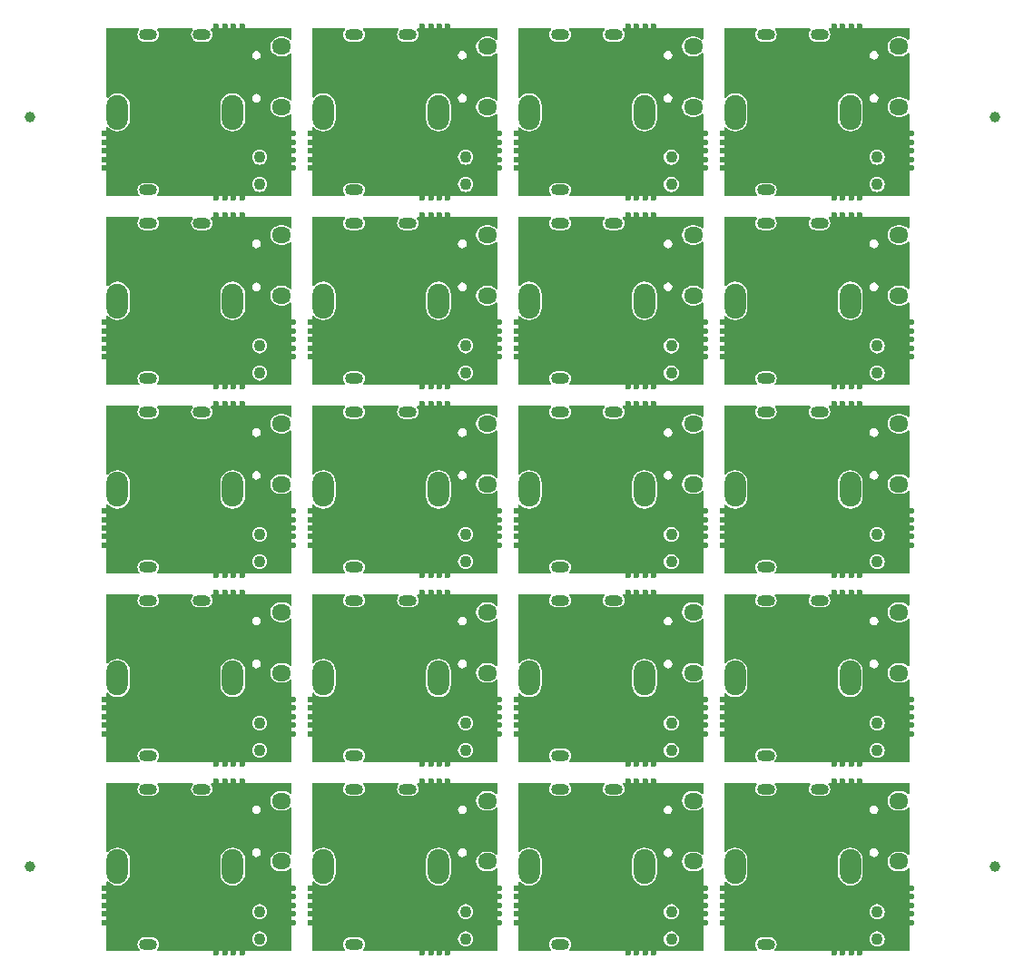
<source format=gbr>
%TF.GenerationSoftware,Altium Limited,Altium Designer,20.1.8 (145)*%
G04 Layer_Physical_Order=1*
G04 Layer_Color=255*
%FSLAX45Y45*%
%MOMM*%
%TF.SameCoordinates,0AB19B83-9B04-4470-A1CB-4E81E99A1085*%
%TF.FilePolarity,Positive*%
%TF.FileFunction,Copper,L1,Top,Signal*%
%TF.Part,CustomerPanel*%
G01*
G75*
%TA.AperFunction,SMDPad,CuDef*%
%ADD10C,1.00000*%
%TA.AperFunction,WasherPad*%
%ADD11C,0.60000*%
%TA.AperFunction,ComponentPad*%
%ADD12O,1.80000X1.50000*%
G04:AMPARAMS|DCode=13|XSize=1.1mm|YSize=1.1mm|CornerRadius=0.55mm|HoleSize=0mm|Usage=FLASHONLY|Rotation=90.000|XOffset=0mm|YOffset=0mm|HoleType=Round|Shape=RoundedRectangle|*
%AMROUNDEDRECTD13*
21,1,1.10000,0.00000,0,0,90.0*
21,1,0.00000,1.10000,0,0,90.0*
1,1,1.10000,0.00000,0.00000*
1,1,1.10000,0.00000,0.00000*
1,1,1.10000,0.00000,0.00000*
1,1,1.10000,0.00000,0.00000*
%
%ADD13ROUNDEDRECTD13*%
%ADD14O,1.70000X1.00000*%
%ADD15O,2.00000X3.25000*%
G04:AMPARAMS|DCode=16|XSize=2mm|YSize=3.25mm|CornerRadius=1mm|HoleSize=0mm|Usage=FLASHONLY|Rotation=180.000|XOffset=0mm|YOffset=0mm|HoleType=Round|Shape=RoundedRectangle|*
%AMROUNDEDRECTD16*
21,1,2.00000,1.25000,0,0,180.0*
21,1,0.00000,3.25000,0,0,180.0*
1,1,2.00000,0.00000,0.62500*
1,1,2.00000,0.00000,0.62500*
1,1,2.00000,0.00000,-0.62500*
1,1,2.00000,0.00000,-0.62500*
%
%ADD16ROUNDEDRECTD16*%
%TA.AperFunction,ViaPad*%
%ADD17C,0.61000*%
G36*
X8703167Y9220247D02*
X8690467Y9215936D01*
X8687840Y9219360D01*
X8668989Y9233824D01*
X8647037Y9242917D01*
X8623480Y9246019D01*
X8593480D01*
X8569923Y9242917D01*
X8547971Y9233824D01*
X8529120Y9219360D01*
X8514656Y9200509D01*
X8505563Y9178557D01*
X8502462Y9155000D01*
X8505563Y9131443D01*
X8514656Y9109491D01*
X8529120Y9090640D01*
X8547971Y9076176D01*
X8569923Y9067083D01*
X8593480Y9063981D01*
X8623480D01*
X8647037Y9067083D01*
X8668989Y9076176D01*
X8687840Y9090640D01*
X8690467Y9094064D01*
X8703167Y9089752D01*
Y8654248D01*
X8690467Y8649936D01*
X8687840Y8653360D01*
X8668989Y8667824D01*
X8647037Y8676917D01*
X8623480Y8680019D01*
X8593480D01*
X8569923Y8676917D01*
X8547971Y8667824D01*
X8529120Y8653360D01*
X8514656Y8634509D01*
X8505563Y8612557D01*
X8502462Y8589000D01*
X8505563Y8565443D01*
X8514656Y8543491D01*
X8529120Y8524640D01*
X8547971Y8510176D01*
X8569923Y8501083D01*
X8593480Y8497981D01*
X8623480D01*
X8647037Y8501083D01*
X8668989Y8510176D01*
X8687840Y8524640D01*
X8690467Y8528064D01*
X8703167Y8523753D01*
Y7756833D01*
X7451994D01*
X7447792Y7766945D01*
X7447381Y7769533D01*
X7457407Y7782599D01*
X7463980Y7798469D01*
X7466223Y7815500D01*
X7463980Y7832531D01*
X7457407Y7848401D01*
X7446949Y7862029D01*
X7433321Y7872487D01*
X7417451Y7879061D01*
X7400420Y7881303D01*
X7330420D01*
X7313389Y7879061D01*
X7297519Y7872487D01*
X7283890Y7862029D01*
X7273433Y7848401D01*
X7266859Y7832531D01*
X7264617Y7815500D01*
X7266859Y7798469D01*
X7273433Y7782599D01*
X7283458Y7769533D01*
X7283048Y7766945D01*
X7278846Y7756833D01*
X6976833D01*
Y8399574D01*
X6989533Y8403885D01*
X6995730Y8395810D01*
X7019803Y8377338D01*
X7047836Y8365726D01*
X7077920Y8361766D01*
X7108004Y8365726D01*
X7136037Y8377338D01*
X7160110Y8395810D01*
X7178582Y8419883D01*
X7190194Y8447916D01*
X7194154Y8478000D01*
Y8603000D01*
X7190194Y8633084D01*
X7178582Y8661117D01*
X7160110Y8685190D01*
X7136037Y8703662D01*
X7108004Y8715274D01*
X7077920Y8719235D01*
X7047836Y8715274D01*
X7019803Y8703662D01*
X6995730Y8685190D01*
X6989533Y8677115D01*
X6976833Y8681426D01*
Y9323167D01*
X7277542D01*
X7281231Y9316695D01*
X7282691Y9310467D01*
X7273433Y9298402D01*
X7266859Y9282531D01*
X7264617Y9265500D01*
X7266859Y9248469D01*
X7273433Y9232599D01*
X7283890Y9218971D01*
X7297519Y9208513D01*
X7313389Y9201939D01*
X7330420Y9199697D01*
X7400420D01*
X7417451Y9201939D01*
X7433321Y9208513D01*
X7446949Y9218971D01*
X7457407Y9232599D01*
X7463980Y9248469D01*
X7466223Y9265500D01*
X7463980Y9282531D01*
X7457407Y9298402D01*
X7448149Y9310467D01*
X7449609Y9316695D01*
X7453297Y9323167D01*
X7777542D01*
X7781231Y9316695D01*
X7782691Y9310467D01*
X7773433Y9298402D01*
X7766859Y9282531D01*
X7764617Y9265500D01*
X7766859Y9248469D01*
X7773433Y9232599D01*
X7783890Y9218971D01*
X7797519Y9208513D01*
X7813389Y9201939D01*
X7830420Y9199697D01*
X7900420D01*
X7917451Y9201939D01*
X7933321Y9208513D01*
X7946949Y9218971D01*
X7957407Y9232599D01*
X7963981Y9248469D01*
X7966223Y9265500D01*
X7963981Y9282531D01*
X7957407Y9298402D01*
X7948149Y9310467D01*
X7949609Y9316695D01*
X7953297Y9323167D01*
X8703167D01*
Y9220247D01*
D02*
G37*
G36*
X6783167D02*
X6770467Y9215936D01*
X6767840Y9219360D01*
X6748989Y9233824D01*
X6727037Y9242917D01*
X6703480Y9246019D01*
X6673480D01*
X6649923Y9242917D01*
X6627971Y9233824D01*
X6609120Y9219360D01*
X6594656Y9200509D01*
X6585563Y9178557D01*
X6582462Y9155000D01*
X6585563Y9131443D01*
X6594656Y9109491D01*
X6609120Y9090640D01*
X6627971Y9076176D01*
X6649923Y9067083D01*
X6673480Y9063981D01*
X6703480D01*
X6727037Y9067083D01*
X6748989Y9076176D01*
X6767840Y9090640D01*
X6770467Y9094064D01*
X6783167Y9089752D01*
Y8654248D01*
X6770467Y8649936D01*
X6767840Y8653360D01*
X6748989Y8667824D01*
X6727037Y8676917D01*
X6703480Y8680019D01*
X6673480D01*
X6649923Y8676917D01*
X6627971Y8667824D01*
X6609120Y8653360D01*
X6594656Y8634509D01*
X6585563Y8612557D01*
X6582462Y8589000D01*
X6585563Y8565443D01*
X6594656Y8543491D01*
X6609120Y8524640D01*
X6627971Y8510176D01*
X6649923Y8501083D01*
X6673480Y8497981D01*
X6703480D01*
X6727037Y8501083D01*
X6748989Y8510176D01*
X6767840Y8524640D01*
X6770467Y8528064D01*
X6783167Y8523753D01*
Y7756833D01*
X5531994D01*
X5527792Y7766945D01*
X5527381Y7769533D01*
X5537407Y7782599D01*
X5543981Y7798469D01*
X5546223Y7815500D01*
X5543981Y7832531D01*
X5537407Y7848401D01*
X5526949Y7862029D01*
X5513321Y7872487D01*
X5497451Y7879061D01*
X5480420Y7881303D01*
X5410420D01*
X5393389Y7879061D01*
X5377519Y7872487D01*
X5363890Y7862029D01*
X5353433Y7848401D01*
X5346859Y7832531D01*
X5344617Y7815500D01*
X5346859Y7798469D01*
X5353433Y7782599D01*
X5363458Y7769533D01*
X5363048Y7766945D01*
X5358846Y7756833D01*
X5056833D01*
Y8399574D01*
X5069533Y8403885D01*
X5075730Y8395810D01*
X5099803Y8377338D01*
X5127836Y8365726D01*
X5157920Y8361766D01*
X5188004Y8365726D01*
X5216037Y8377338D01*
X5240110Y8395810D01*
X5258582Y8419883D01*
X5270194Y8447916D01*
X5274154Y8478000D01*
Y8603000D01*
X5270194Y8633084D01*
X5258582Y8661117D01*
X5240110Y8685190D01*
X5216037Y8703662D01*
X5188004Y8715274D01*
X5157920Y8719235D01*
X5127836Y8715274D01*
X5099803Y8703662D01*
X5075730Y8685190D01*
X5069533Y8677115D01*
X5056833Y8681426D01*
Y9323167D01*
X5357542D01*
X5361231Y9316695D01*
X5362691Y9310467D01*
X5353433Y9298402D01*
X5346859Y9282531D01*
X5344617Y9265500D01*
X5346859Y9248469D01*
X5353433Y9232599D01*
X5363890Y9218971D01*
X5377519Y9208513D01*
X5393389Y9201939D01*
X5410420Y9199697D01*
X5480420D01*
X5497451Y9201939D01*
X5513321Y9208513D01*
X5526949Y9218971D01*
X5537407Y9232599D01*
X5543981Y9248469D01*
X5546223Y9265500D01*
X5543981Y9282531D01*
X5537407Y9298402D01*
X5528149Y9310467D01*
X5529609Y9316695D01*
X5533297Y9323167D01*
X5857543D01*
X5861231Y9316695D01*
X5862691Y9310467D01*
X5853433Y9298402D01*
X5846859Y9282531D01*
X5844617Y9265500D01*
X5846859Y9248469D01*
X5853433Y9232599D01*
X5863890Y9218971D01*
X5877519Y9208513D01*
X5893389Y9201939D01*
X5910420Y9199697D01*
X5980420D01*
X5997451Y9201939D01*
X6013321Y9208513D01*
X6026949Y9218971D01*
X6037407Y9232599D01*
X6043981Y9248469D01*
X6046223Y9265500D01*
X6043981Y9282531D01*
X6037407Y9298402D01*
X6028149Y9310467D01*
X6029609Y9316695D01*
X6033297Y9323167D01*
X6783167D01*
Y9220247D01*
D02*
G37*
G36*
X4863167D02*
X4850467Y9215936D01*
X4847840Y9219360D01*
X4828989Y9233824D01*
X4807037Y9242917D01*
X4783480Y9246019D01*
X4753480D01*
X4729923Y9242917D01*
X4707971Y9233824D01*
X4689120Y9219360D01*
X4674656Y9200509D01*
X4665563Y9178557D01*
X4662462Y9155000D01*
X4665563Y9131443D01*
X4674656Y9109491D01*
X4689120Y9090640D01*
X4707971Y9076176D01*
X4729923Y9067083D01*
X4753480Y9063981D01*
X4783480D01*
X4807037Y9067083D01*
X4828989Y9076176D01*
X4847840Y9090640D01*
X4850467Y9094064D01*
X4863167Y9089752D01*
Y8654248D01*
X4850467Y8649936D01*
X4847840Y8653360D01*
X4828989Y8667824D01*
X4807037Y8676917D01*
X4783480Y8680019D01*
X4753480D01*
X4729923Y8676917D01*
X4707971Y8667824D01*
X4689120Y8653360D01*
X4674656Y8634509D01*
X4665563Y8612557D01*
X4662462Y8589000D01*
X4665563Y8565443D01*
X4674656Y8543491D01*
X4689120Y8524640D01*
X4707971Y8510176D01*
X4729923Y8501083D01*
X4753480Y8497981D01*
X4783480D01*
X4807037Y8501083D01*
X4828989Y8510176D01*
X4847840Y8524640D01*
X4850467Y8528064D01*
X4863167Y8523753D01*
Y7756833D01*
X3611994D01*
X3607792Y7766945D01*
X3607381Y7769533D01*
X3617407Y7782599D01*
X3623981Y7798469D01*
X3626223Y7815500D01*
X3623981Y7832531D01*
X3617407Y7848401D01*
X3606949Y7862029D01*
X3593321Y7872487D01*
X3577451Y7879061D01*
X3560420Y7881303D01*
X3490420D01*
X3473389Y7879061D01*
X3457519Y7872487D01*
X3443890Y7862029D01*
X3433433Y7848401D01*
X3426859Y7832531D01*
X3424617Y7815500D01*
X3426859Y7798469D01*
X3433433Y7782599D01*
X3443458Y7769533D01*
X3443048Y7766945D01*
X3438846Y7756833D01*
X3136833D01*
Y8399574D01*
X3149533Y8403885D01*
X3155730Y8395810D01*
X3179803Y8377338D01*
X3207836Y8365726D01*
X3237920Y8361766D01*
X3268004Y8365726D01*
X3296037Y8377338D01*
X3320110Y8395810D01*
X3338582Y8419883D01*
X3350194Y8447916D01*
X3354154Y8478000D01*
Y8603000D01*
X3350194Y8633084D01*
X3338582Y8661117D01*
X3320110Y8685190D01*
X3296037Y8703662D01*
X3268004Y8715274D01*
X3237920Y8719235D01*
X3207836Y8715274D01*
X3179803Y8703662D01*
X3155730Y8685190D01*
X3149533Y8677115D01*
X3136833Y8681426D01*
Y9323167D01*
X3437543D01*
X3441231Y9316695D01*
X3442691Y9310467D01*
X3433433Y9298402D01*
X3426859Y9282531D01*
X3424617Y9265500D01*
X3426859Y9248469D01*
X3433433Y9232599D01*
X3443890Y9218971D01*
X3457519Y9208513D01*
X3473389Y9201939D01*
X3490420Y9199697D01*
X3560420D01*
X3577451Y9201939D01*
X3593321Y9208513D01*
X3606949Y9218971D01*
X3617407Y9232599D01*
X3623981Y9248469D01*
X3626223Y9265500D01*
X3623981Y9282531D01*
X3617407Y9298402D01*
X3608149Y9310467D01*
X3609609Y9316695D01*
X3613297Y9323167D01*
X3937543D01*
X3941231Y9316695D01*
X3942691Y9310467D01*
X3933433Y9298402D01*
X3926859Y9282531D01*
X3924617Y9265500D01*
X3926859Y9248469D01*
X3933433Y9232599D01*
X3943891Y9218971D01*
X3957519Y9208513D01*
X3973389Y9201939D01*
X3990420Y9199697D01*
X4060420D01*
X4077451Y9201939D01*
X4093321Y9208513D01*
X4106949Y9218971D01*
X4117407Y9232599D01*
X4123981Y9248469D01*
X4126223Y9265500D01*
X4123981Y9282531D01*
X4117407Y9298402D01*
X4108149Y9310467D01*
X4109609Y9316695D01*
X4113297Y9323167D01*
X4863167D01*
Y9220247D01*
D02*
G37*
G36*
X2943167D02*
X2930467Y9215936D01*
X2927840Y9219360D01*
X2908989Y9233824D01*
X2887037Y9242917D01*
X2863480Y9246019D01*
X2833480D01*
X2809923Y9242917D01*
X2787971Y9233824D01*
X2769120Y9219360D01*
X2754656Y9200509D01*
X2745563Y9178557D01*
X2742462Y9155000D01*
X2745563Y9131443D01*
X2754656Y9109491D01*
X2769120Y9090640D01*
X2787971Y9076176D01*
X2809923Y9067083D01*
X2833480Y9063981D01*
X2863480D01*
X2887037Y9067083D01*
X2908989Y9076176D01*
X2927840Y9090640D01*
X2930467Y9094064D01*
X2943167Y9089752D01*
Y8654248D01*
X2930467Y8649936D01*
X2927840Y8653360D01*
X2908989Y8667824D01*
X2887037Y8676917D01*
X2863480Y8680019D01*
X2833480D01*
X2809923Y8676917D01*
X2787971Y8667824D01*
X2769120Y8653360D01*
X2754656Y8634509D01*
X2745563Y8612557D01*
X2742462Y8589000D01*
X2745563Y8565443D01*
X2754656Y8543491D01*
X2769120Y8524640D01*
X2787971Y8510176D01*
X2809923Y8501083D01*
X2833480Y8497981D01*
X2863480D01*
X2887037Y8501083D01*
X2908989Y8510176D01*
X2927840Y8524640D01*
X2930467Y8528064D01*
X2943167Y8523753D01*
Y7756833D01*
X1691994D01*
X1687792Y7766945D01*
X1687381Y7769533D01*
X1697407Y7782599D01*
X1703981Y7798469D01*
X1706223Y7815500D01*
X1703981Y7832531D01*
X1697407Y7848401D01*
X1686949Y7862029D01*
X1673321Y7872487D01*
X1657451Y7879061D01*
X1640420Y7881303D01*
X1570420D01*
X1553389Y7879061D01*
X1537519Y7872487D01*
X1523891Y7862029D01*
X1513433Y7848401D01*
X1506859Y7832531D01*
X1504617Y7815500D01*
X1506859Y7798469D01*
X1513433Y7782599D01*
X1523458Y7769533D01*
X1523048Y7766945D01*
X1518846Y7756833D01*
X1216833D01*
Y8399574D01*
X1229533Y8403885D01*
X1235730Y8395810D01*
X1259803Y8377338D01*
X1287836Y8365726D01*
X1317920Y8361766D01*
X1348004Y8365726D01*
X1376037Y8377338D01*
X1400110Y8395810D01*
X1418582Y8419883D01*
X1430194Y8447916D01*
X1434154Y8478000D01*
Y8603000D01*
X1430194Y8633084D01*
X1418582Y8661117D01*
X1400110Y8685190D01*
X1376037Y8703662D01*
X1348004Y8715274D01*
X1317920Y8719235D01*
X1287836Y8715274D01*
X1259803Y8703662D01*
X1235730Y8685190D01*
X1229533Y8677115D01*
X1216833Y8681426D01*
Y9323167D01*
X1517543D01*
X1521231Y9316695D01*
X1522691Y9310467D01*
X1513433Y9298402D01*
X1506859Y9282531D01*
X1504617Y9265500D01*
X1506859Y9248469D01*
X1513433Y9232599D01*
X1523891Y9218971D01*
X1537519Y9208513D01*
X1553389Y9201939D01*
X1570420Y9199697D01*
X1640420D01*
X1657451Y9201939D01*
X1673321Y9208513D01*
X1686949Y9218971D01*
X1697407Y9232599D01*
X1703981Y9248469D01*
X1706223Y9265500D01*
X1703981Y9282531D01*
X1697407Y9298402D01*
X1688149Y9310467D01*
X1689609Y9316695D01*
X1693297Y9323167D01*
X2017543D01*
X2021231Y9316695D01*
X2022691Y9310467D01*
X2013433Y9298402D01*
X2006859Y9282531D01*
X2004617Y9265500D01*
X2006859Y9248469D01*
X2013433Y9232599D01*
X2023891Y9218971D01*
X2037519Y9208513D01*
X2053389Y9201939D01*
X2070420Y9199697D01*
X2140420D01*
X2157451Y9201939D01*
X2173321Y9208513D01*
X2186949Y9218971D01*
X2197407Y9232599D01*
X2203981Y9248469D01*
X2206223Y9265500D01*
X2203981Y9282531D01*
X2197407Y9298402D01*
X2188149Y9310467D01*
X2189609Y9316695D01*
X2193297Y9323167D01*
X2943167D01*
Y9220247D01*
D02*
G37*
G36*
X8703167Y7460247D02*
X8690467Y7455936D01*
X8687840Y7459360D01*
X8668989Y7473824D01*
X8647037Y7482917D01*
X8623480Y7486019D01*
X8593480D01*
X8569923Y7482917D01*
X8547971Y7473824D01*
X8529120Y7459360D01*
X8514656Y7440509D01*
X8505563Y7418557D01*
X8502462Y7395000D01*
X8505563Y7371443D01*
X8514656Y7349491D01*
X8529120Y7330640D01*
X8547971Y7316176D01*
X8569923Y7307083D01*
X8593480Y7303981D01*
X8623480D01*
X8647037Y7307083D01*
X8668989Y7316176D01*
X8687840Y7330640D01*
X8690467Y7334064D01*
X8703167Y7329752D01*
Y6894248D01*
X8690467Y6889936D01*
X8687840Y6893360D01*
X8668989Y6907824D01*
X8647037Y6916917D01*
X8623480Y6920019D01*
X8593480D01*
X8569923Y6916917D01*
X8547971Y6907824D01*
X8529120Y6893360D01*
X8514656Y6874509D01*
X8505563Y6852557D01*
X8502462Y6829000D01*
X8505563Y6805443D01*
X8514656Y6783491D01*
X8529120Y6764640D01*
X8547971Y6750176D01*
X8569923Y6741083D01*
X8593480Y6737981D01*
X8623480D01*
X8647037Y6741083D01*
X8668989Y6750176D01*
X8687840Y6764640D01*
X8690467Y6768064D01*
X8703167Y6763753D01*
Y5996833D01*
X7451994D01*
X7447792Y6006945D01*
X7447381Y6009533D01*
X7457407Y6022599D01*
X7463980Y6038469D01*
X7466223Y6055500D01*
X7463980Y6072531D01*
X7457407Y6088401D01*
X7446949Y6102029D01*
X7433321Y6112487D01*
X7417451Y6119061D01*
X7400420Y6121303D01*
X7330420D01*
X7313389Y6119061D01*
X7297519Y6112487D01*
X7283890Y6102029D01*
X7273433Y6088401D01*
X7266859Y6072531D01*
X7264617Y6055500D01*
X7266859Y6038469D01*
X7273433Y6022599D01*
X7283458Y6009533D01*
X7283048Y6006945D01*
X7278846Y5996833D01*
X6976833D01*
Y6639574D01*
X6989533Y6643885D01*
X6995730Y6635810D01*
X7019803Y6617338D01*
X7047836Y6605726D01*
X7077920Y6601766D01*
X7108004Y6605726D01*
X7136037Y6617338D01*
X7160110Y6635810D01*
X7178582Y6659883D01*
X7190194Y6687916D01*
X7194154Y6718000D01*
Y6843000D01*
X7190194Y6873084D01*
X7178582Y6901117D01*
X7160110Y6925190D01*
X7136037Y6943662D01*
X7108004Y6955274D01*
X7077920Y6959234D01*
X7047836Y6955274D01*
X7019803Y6943662D01*
X6995730Y6925190D01*
X6989533Y6917115D01*
X6976833Y6921426D01*
Y7563167D01*
X7277542D01*
X7281231Y7556695D01*
X7282691Y7550467D01*
X7273433Y7538401D01*
X7266859Y7522531D01*
X7264617Y7505500D01*
X7266859Y7488469D01*
X7273433Y7472599D01*
X7283890Y7458971D01*
X7297519Y7448513D01*
X7313389Y7441939D01*
X7330420Y7439697D01*
X7400420D01*
X7417451Y7441939D01*
X7433321Y7448513D01*
X7446949Y7458971D01*
X7457407Y7472599D01*
X7463980Y7488469D01*
X7466223Y7505500D01*
X7463980Y7522531D01*
X7457407Y7538401D01*
X7448149Y7550467D01*
X7449609Y7556695D01*
X7453297Y7563167D01*
X7777542D01*
X7781231Y7556695D01*
X7782691Y7550467D01*
X7773433Y7538401D01*
X7766859Y7522531D01*
X7764617Y7505500D01*
X7766859Y7488469D01*
X7773433Y7472599D01*
X7783890Y7458971D01*
X7797519Y7448513D01*
X7813389Y7441939D01*
X7830420Y7439697D01*
X7900420D01*
X7917451Y7441939D01*
X7933321Y7448513D01*
X7946949Y7458971D01*
X7957407Y7472599D01*
X7963981Y7488469D01*
X7966223Y7505500D01*
X7963981Y7522531D01*
X7957407Y7538401D01*
X7948149Y7550467D01*
X7949609Y7556695D01*
X7953297Y7563167D01*
X8703167D01*
Y7460247D01*
D02*
G37*
G36*
X6783167D02*
X6770467Y7455936D01*
X6767840Y7459360D01*
X6748989Y7473824D01*
X6727037Y7482917D01*
X6703480Y7486019D01*
X6673480D01*
X6649923Y7482917D01*
X6627971Y7473824D01*
X6609120Y7459360D01*
X6594656Y7440509D01*
X6585563Y7418557D01*
X6582462Y7395000D01*
X6585563Y7371443D01*
X6594656Y7349491D01*
X6609120Y7330640D01*
X6627971Y7316176D01*
X6649923Y7307083D01*
X6673480Y7303981D01*
X6703480D01*
X6727037Y7307083D01*
X6748989Y7316176D01*
X6767840Y7330640D01*
X6770467Y7334064D01*
X6783167Y7329752D01*
Y6894248D01*
X6770467Y6889936D01*
X6767840Y6893360D01*
X6748989Y6907824D01*
X6727037Y6916917D01*
X6703480Y6920019D01*
X6673480D01*
X6649923Y6916917D01*
X6627971Y6907824D01*
X6609120Y6893360D01*
X6594656Y6874509D01*
X6585563Y6852557D01*
X6582462Y6829000D01*
X6585563Y6805443D01*
X6594656Y6783491D01*
X6609120Y6764640D01*
X6627971Y6750176D01*
X6649923Y6741083D01*
X6673480Y6737981D01*
X6703480D01*
X6727037Y6741083D01*
X6748989Y6750176D01*
X6767840Y6764640D01*
X6770467Y6768064D01*
X6783167Y6763753D01*
Y5996833D01*
X5531994D01*
X5527792Y6006945D01*
X5527381Y6009533D01*
X5537407Y6022599D01*
X5543981Y6038469D01*
X5546223Y6055500D01*
X5543981Y6072531D01*
X5537407Y6088401D01*
X5526949Y6102029D01*
X5513321Y6112487D01*
X5497451Y6119061D01*
X5480420Y6121303D01*
X5410420D01*
X5393389Y6119061D01*
X5377519Y6112487D01*
X5363890Y6102029D01*
X5353433Y6088401D01*
X5346859Y6072531D01*
X5344617Y6055500D01*
X5346859Y6038469D01*
X5353433Y6022599D01*
X5363458Y6009533D01*
X5363048Y6006945D01*
X5358846Y5996833D01*
X5056833D01*
Y6639574D01*
X5069533Y6643885D01*
X5075730Y6635810D01*
X5099803Y6617338D01*
X5127836Y6605726D01*
X5157920Y6601766D01*
X5188004Y6605726D01*
X5216037Y6617338D01*
X5240110Y6635810D01*
X5258582Y6659883D01*
X5270194Y6687916D01*
X5274154Y6718000D01*
Y6843000D01*
X5270194Y6873084D01*
X5258582Y6901117D01*
X5240110Y6925190D01*
X5216037Y6943662D01*
X5188004Y6955274D01*
X5157920Y6959234D01*
X5127836Y6955274D01*
X5099803Y6943662D01*
X5075730Y6925190D01*
X5069533Y6917115D01*
X5056833Y6921426D01*
Y7563167D01*
X5357542D01*
X5361231Y7556695D01*
X5362691Y7550467D01*
X5353433Y7538401D01*
X5346859Y7522531D01*
X5344617Y7505500D01*
X5346859Y7488469D01*
X5353433Y7472599D01*
X5363890Y7458971D01*
X5377519Y7448513D01*
X5393389Y7441939D01*
X5410420Y7439697D01*
X5480420D01*
X5497451Y7441939D01*
X5513321Y7448513D01*
X5526949Y7458971D01*
X5537407Y7472599D01*
X5543981Y7488469D01*
X5546223Y7505500D01*
X5543981Y7522531D01*
X5537407Y7538401D01*
X5528149Y7550467D01*
X5529609Y7556695D01*
X5533297Y7563167D01*
X5857543D01*
X5861231Y7556695D01*
X5862691Y7550467D01*
X5853433Y7538401D01*
X5846859Y7522531D01*
X5844617Y7505500D01*
X5846859Y7488469D01*
X5853433Y7472599D01*
X5863890Y7458971D01*
X5877519Y7448513D01*
X5893389Y7441939D01*
X5910420Y7439697D01*
X5980420D01*
X5997451Y7441939D01*
X6013321Y7448513D01*
X6026949Y7458971D01*
X6037407Y7472599D01*
X6043981Y7488469D01*
X6046223Y7505500D01*
X6043981Y7522531D01*
X6037407Y7538401D01*
X6028149Y7550467D01*
X6029609Y7556695D01*
X6033297Y7563167D01*
X6783167D01*
Y7460247D01*
D02*
G37*
G36*
X4863167D02*
X4850467Y7455936D01*
X4847840Y7459360D01*
X4828989Y7473824D01*
X4807037Y7482917D01*
X4783480Y7486019D01*
X4753480D01*
X4729923Y7482917D01*
X4707971Y7473824D01*
X4689120Y7459360D01*
X4674656Y7440509D01*
X4665563Y7418557D01*
X4662462Y7395000D01*
X4665563Y7371443D01*
X4674656Y7349491D01*
X4689120Y7330640D01*
X4707971Y7316176D01*
X4729923Y7307083D01*
X4753480Y7303981D01*
X4783480D01*
X4807037Y7307083D01*
X4828989Y7316176D01*
X4847840Y7330640D01*
X4850467Y7334064D01*
X4863167Y7329752D01*
Y6894248D01*
X4850467Y6889936D01*
X4847840Y6893360D01*
X4828989Y6907824D01*
X4807037Y6916917D01*
X4783480Y6920019D01*
X4753480D01*
X4729923Y6916917D01*
X4707971Y6907824D01*
X4689120Y6893360D01*
X4674656Y6874509D01*
X4665563Y6852557D01*
X4662462Y6829000D01*
X4665563Y6805443D01*
X4674656Y6783491D01*
X4689120Y6764640D01*
X4707971Y6750176D01*
X4729923Y6741083D01*
X4753480Y6737981D01*
X4783480D01*
X4807037Y6741083D01*
X4828989Y6750176D01*
X4847840Y6764640D01*
X4850467Y6768064D01*
X4863167Y6763753D01*
Y5996833D01*
X3611994D01*
X3607792Y6006945D01*
X3607381Y6009533D01*
X3617407Y6022599D01*
X3623981Y6038469D01*
X3626223Y6055500D01*
X3623981Y6072531D01*
X3617407Y6088401D01*
X3606949Y6102029D01*
X3593321Y6112487D01*
X3577451Y6119061D01*
X3560420Y6121303D01*
X3490420D01*
X3473389Y6119061D01*
X3457519Y6112487D01*
X3443890Y6102029D01*
X3433433Y6088401D01*
X3426859Y6072531D01*
X3424617Y6055500D01*
X3426859Y6038469D01*
X3433433Y6022599D01*
X3443458Y6009533D01*
X3443048Y6006945D01*
X3438846Y5996833D01*
X3136833D01*
Y6639574D01*
X3149533Y6643885D01*
X3155730Y6635810D01*
X3179803Y6617338D01*
X3207836Y6605726D01*
X3237920Y6601766D01*
X3268004Y6605726D01*
X3296037Y6617338D01*
X3320110Y6635810D01*
X3338582Y6659883D01*
X3350194Y6687916D01*
X3354154Y6718000D01*
Y6843000D01*
X3350194Y6873084D01*
X3338582Y6901117D01*
X3320110Y6925190D01*
X3296037Y6943662D01*
X3268004Y6955274D01*
X3237920Y6959234D01*
X3207836Y6955274D01*
X3179803Y6943662D01*
X3155730Y6925190D01*
X3149533Y6917115D01*
X3136833Y6921426D01*
Y7563167D01*
X3437543D01*
X3441231Y7556695D01*
X3442691Y7550467D01*
X3433433Y7538401D01*
X3426859Y7522531D01*
X3424617Y7505500D01*
X3426859Y7488469D01*
X3433433Y7472599D01*
X3443890Y7458971D01*
X3457519Y7448513D01*
X3473389Y7441939D01*
X3490420Y7439697D01*
X3560420D01*
X3577451Y7441939D01*
X3593321Y7448513D01*
X3606949Y7458971D01*
X3617407Y7472599D01*
X3623981Y7488469D01*
X3626223Y7505500D01*
X3623981Y7522531D01*
X3617407Y7538401D01*
X3608149Y7550467D01*
X3609609Y7556695D01*
X3613297Y7563167D01*
X3937543D01*
X3941231Y7556695D01*
X3942691Y7550467D01*
X3933433Y7538401D01*
X3926859Y7522531D01*
X3924617Y7505500D01*
X3926859Y7488469D01*
X3933433Y7472599D01*
X3943891Y7458971D01*
X3957519Y7448513D01*
X3973389Y7441939D01*
X3990420Y7439697D01*
X4060420D01*
X4077451Y7441939D01*
X4093321Y7448513D01*
X4106949Y7458971D01*
X4117407Y7472599D01*
X4123981Y7488469D01*
X4126223Y7505500D01*
X4123981Y7522531D01*
X4117407Y7538401D01*
X4108149Y7550467D01*
X4109609Y7556695D01*
X4113297Y7563167D01*
X4863167D01*
Y7460247D01*
D02*
G37*
G36*
X2943167D02*
X2930467Y7455936D01*
X2927840Y7459360D01*
X2908989Y7473824D01*
X2887037Y7482917D01*
X2863480Y7486019D01*
X2833480D01*
X2809923Y7482917D01*
X2787971Y7473824D01*
X2769120Y7459360D01*
X2754656Y7440509D01*
X2745563Y7418557D01*
X2742462Y7395000D01*
X2745563Y7371443D01*
X2754656Y7349491D01*
X2769120Y7330640D01*
X2787971Y7316176D01*
X2809923Y7307083D01*
X2833480Y7303981D01*
X2863480D01*
X2887037Y7307083D01*
X2908989Y7316176D01*
X2927840Y7330640D01*
X2930467Y7334064D01*
X2943167Y7329752D01*
Y6894248D01*
X2930467Y6889936D01*
X2927840Y6893360D01*
X2908989Y6907824D01*
X2887037Y6916917D01*
X2863480Y6920019D01*
X2833480D01*
X2809923Y6916917D01*
X2787971Y6907824D01*
X2769120Y6893360D01*
X2754656Y6874509D01*
X2745563Y6852557D01*
X2742462Y6829000D01*
X2745563Y6805443D01*
X2754656Y6783491D01*
X2769120Y6764640D01*
X2787971Y6750176D01*
X2809923Y6741083D01*
X2833480Y6737981D01*
X2863480D01*
X2887037Y6741083D01*
X2908989Y6750176D01*
X2927840Y6764640D01*
X2930467Y6768064D01*
X2943167Y6763753D01*
Y5996833D01*
X1691994D01*
X1687792Y6006945D01*
X1687381Y6009533D01*
X1697407Y6022599D01*
X1703981Y6038469D01*
X1706223Y6055500D01*
X1703981Y6072531D01*
X1697407Y6088401D01*
X1686949Y6102029D01*
X1673321Y6112487D01*
X1657451Y6119061D01*
X1640420Y6121303D01*
X1570420D01*
X1553389Y6119061D01*
X1537519Y6112487D01*
X1523891Y6102029D01*
X1513433Y6088401D01*
X1506859Y6072531D01*
X1504617Y6055500D01*
X1506859Y6038469D01*
X1513433Y6022599D01*
X1523458Y6009533D01*
X1523048Y6006945D01*
X1518846Y5996833D01*
X1216833D01*
Y6639574D01*
X1229533Y6643885D01*
X1235730Y6635810D01*
X1259803Y6617338D01*
X1287836Y6605726D01*
X1317920Y6601766D01*
X1348004Y6605726D01*
X1376037Y6617338D01*
X1400110Y6635810D01*
X1418582Y6659883D01*
X1430194Y6687916D01*
X1434154Y6718000D01*
Y6843000D01*
X1430194Y6873084D01*
X1418582Y6901117D01*
X1400110Y6925190D01*
X1376037Y6943662D01*
X1348004Y6955274D01*
X1317920Y6959234D01*
X1287836Y6955274D01*
X1259803Y6943662D01*
X1235730Y6925190D01*
X1229533Y6917115D01*
X1216833Y6921426D01*
Y7563167D01*
X1517543D01*
X1521231Y7556695D01*
X1522691Y7550467D01*
X1513433Y7538401D01*
X1506859Y7522531D01*
X1504617Y7505500D01*
X1506859Y7488469D01*
X1513433Y7472599D01*
X1523891Y7458971D01*
X1537519Y7448513D01*
X1553389Y7441939D01*
X1570420Y7439697D01*
X1640420D01*
X1657451Y7441939D01*
X1673321Y7448513D01*
X1686949Y7458971D01*
X1697407Y7472599D01*
X1703981Y7488469D01*
X1706223Y7505500D01*
X1703981Y7522531D01*
X1697407Y7538401D01*
X1688149Y7550467D01*
X1689609Y7556695D01*
X1693297Y7563167D01*
X2017543D01*
X2021231Y7556695D01*
X2022691Y7550467D01*
X2013433Y7538401D01*
X2006859Y7522531D01*
X2004617Y7505500D01*
X2006859Y7488469D01*
X2013433Y7472599D01*
X2023891Y7458971D01*
X2037519Y7448513D01*
X2053389Y7441939D01*
X2070420Y7439697D01*
X2140420D01*
X2157451Y7441939D01*
X2173321Y7448513D01*
X2186949Y7458971D01*
X2197407Y7472599D01*
X2203981Y7488469D01*
X2206223Y7505500D01*
X2203981Y7522531D01*
X2197407Y7538401D01*
X2188149Y7550467D01*
X2189609Y7556695D01*
X2193297Y7563167D01*
X2943167D01*
Y7460247D01*
D02*
G37*
G36*
X8703167Y5700247D02*
X8690467Y5695936D01*
X8687840Y5699360D01*
X8668989Y5713824D01*
X8647037Y5722917D01*
X8623480Y5726019D01*
X8593480D01*
X8569923Y5722917D01*
X8547971Y5713824D01*
X8529120Y5699360D01*
X8514656Y5680509D01*
X8505563Y5658557D01*
X8502462Y5635000D01*
X8505563Y5611443D01*
X8514656Y5589491D01*
X8529120Y5570640D01*
X8547971Y5556176D01*
X8569923Y5547083D01*
X8593480Y5543981D01*
X8623480D01*
X8647037Y5547083D01*
X8668989Y5556176D01*
X8687840Y5570640D01*
X8690467Y5574064D01*
X8703167Y5569752D01*
Y5134248D01*
X8690467Y5129936D01*
X8687840Y5133360D01*
X8668989Y5147824D01*
X8647037Y5156917D01*
X8623480Y5160019D01*
X8593480D01*
X8569923Y5156917D01*
X8547971Y5147824D01*
X8529120Y5133360D01*
X8514656Y5114509D01*
X8505563Y5092557D01*
X8502462Y5069000D01*
X8505563Y5045443D01*
X8514656Y5023491D01*
X8529120Y5004640D01*
X8547971Y4990176D01*
X8569923Y4981083D01*
X8593480Y4977981D01*
X8623480D01*
X8647037Y4981083D01*
X8668989Y4990176D01*
X8687840Y5004640D01*
X8690467Y5008064D01*
X8703167Y5003753D01*
Y4236833D01*
X7451994D01*
X7447792Y4246945D01*
X7447381Y4249533D01*
X7457407Y4262599D01*
X7463980Y4278469D01*
X7466223Y4295500D01*
X7463980Y4312531D01*
X7457407Y4328401D01*
X7446949Y4342029D01*
X7433321Y4352487D01*
X7417451Y4359061D01*
X7400420Y4361303D01*
X7330420D01*
X7313389Y4359061D01*
X7297519Y4352487D01*
X7283890Y4342029D01*
X7273433Y4328401D01*
X7266859Y4312531D01*
X7264617Y4295500D01*
X7266859Y4278469D01*
X7273433Y4262599D01*
X7283458Y4249533D01*
X7283048Y4246945D01*
X7278846Y4236833D01*
X6976833D01*
Y4879574D01*
X6989533Y4883885D01*
X6995730Y4875810D01*
X7019803Y4857338D01*
X7047836Y4845726D01*
X7077920Y4841766D01*
X7108004Y4845726D01*
X7136037Y4857338D01*
X7160110Y4875810D01*
X7178582Y4899883D01*
X7190194Y4927916D01*
X7194154Y4958000D01*
Y5083000D01*
X7190194Y5113084D01*
X7178582Y5141117D01*
X7160110Y5165190D01*
X7136037Y5183662D01*
X7108004Y5195274D01*
X7077920Y5199234D01*
X7047836Y5195274D01*
X7019803Y5183662D01*
X6995730Y5165190D01*
X6989533Y5157115D01*
X6976833Y5161426D01*
Y5803167D01*
X7277542D01*
X7281231Y5796695D01*
X7282691Y5790467D01*
X7273433Y5778401D01*
X7266859Y5762531D01*
X7264617Y5745500D01*
X7266859Y5728469D01*
X7273433Y5712599D01*
X7283890Y5698971D01*
X7297519Y5688513D01*
X7313389Y5681939D01*
X7330420Y5679697D01*
X7400420D01*
X7417451Y5681939D01*
X7433321Y5688513D01*
X7446949Y5698971D01*
X7457407Y5712599D01*
X7463980Y5728469D01*
X7466223Y5745500D01*
X7463980Y5762531D01*
X7457407Y5778401D01*
X7448149Y5790467D01*
X7449609Y5796695D01*
X7453297Y5803167D01*
X7777542D01*
X7781231Y5796695D01*
X7782691Y5790467D01*
X7773433Y5778401D01*
X7766859Y5762531D01*
X7764617Y5745500D01*
X7766859Y5728469D01*
X7773433Y5712599D01*
X7783890Y5698971D01*
X7797519Y5688513D01*
X7813389Y5681939D01*
X7830420Y5679697D01*
X7900420D01*
X7917451Y5681939D01*
X7933321Y5688513D01*
X7946949Y5698971D01*
X7957407Y5712599D01*
X7963981Y5728469D01*
X7966223Y5745500D01*
X7963981Y5762531D01*
X7957407Y5778401D01*
X7948149Y5790467D01*
X7949609Y5796695D01*
X7953297Y5803167D01*
X8703167D01*
Y5700247D01*
D02*
G37*
G36*
X6783167D02*
X6770467Y5695936D01*
X6767840Y5699360D01*
X6748989Y5713824D01*
X6727037Y5722917D01*
X6703480Y5726019D01*
X6673480D01*
X6649923Y5722917D01*
X6627971Y5713824D01*
X6609120Y5699360D01*
X6594656Y5680509D01*
X6585563Y5658557D01*
X6582462Y5635000D01*
X6585563Y5611443D01*
X6594656Y5589491D01*
X6609120Y5570640D01*
X6627971Y5556176D01*
X6649923Y5547083D01*
X6673480Y5543981D01*
X6703480D01*
X6727037Y5547083D01*
X6748989Y5556176D01*
X6767840Y5570640D01*
X6770467Y5574064D01*
X6783167Y5569752D01*
Y5134248D01*
X6770467Y5129936D01*
X6767840Y5133360D01*
X6748989Y5147824D01*
X6727037Y5156917D01*
X6703480Y5160019D01*
X6673480D01*
X6649923Y5156917D01*
X6627971Y5147824D01*
X6609120Y5133360D01*
X6594656Y5114509D01*
X6585563Y5092557D01*
X6582462Y5069000D01*
X6585563Y5045443D01*
X6594656Y5023491D01*
X6609120Y5004640D01*
X6627971Y4990176D01*
X6649923Y4981083D01*
X6673480Y4977981D01*
X6703480D01*
X6727037Y4981083D01*
X6748989Y4990176D01*
X6767840Y5004640D01*
X6770467Y5008064D01*
X6783167Y5003753D01*
Y4236833D01*
X5531994D01*
X5527792Y4246945D01*
X5527381Y4249533D01*
X5537407Y4262599D01*
X5543981Y4278469D01*
X5546223Y4295500D01*
X5543981Y4312531D01*
X5537407Y4328401D01*
X5526949Y4342029D01*
X5513321Y4352487D01*
X5497451Y4359061D01*
X5480420Y4361303D01*
X5410420D01*
X5393389Y4359061D01*
X5377519Y4352487D01*
X5363890Y4342029D01*
X5353433Y4328401D01*
X5346859Y4312531D01*
X5344617Y4295500D01*
X5346859Y4278469D01*
X5353433Y4262599D01*
X5363458Y4249533D01*
X5363048Y4246945D01*
X5358846Y4236833D01*
X5056833D01*
Y4879574D01*
X5069533Y4883885D01*
X5075730Y4875810D01*
X5099803Y4857338D01*
X5127836Y4845726D01*
X5157920Y4841766D01*
X5188004Y4845726D01*
X5216037Y4857338D01*
X5240110Y4875810D01*
X5258582Y4899883D01*
X5270194Y4927916D01*
X5274154Y4958000D01*
Y5083000D01*
X5270194Y5113084D01*
X5258582Y5141117D01*
X5240110Y5165190D01*
X5216037Y5183662D01*
X5188004Y5195274D01*
X5157920Y5199234D01*
X5127836Y5195274D01*
X5099803Y5183662D01*
X5075730Y5165190D01*
X5069533Y5157115D01*
X5056833Y5161426D01*
Y5803167D01*
X5357542D01*
X5361231Y5796695D01*
X5362691Y5790467D01*
X5353433Y5778401D01*
X5346859Y5762531D01*
X5344617Y5745500D01*
X5346859Y5728469D01*
X5353433Y5712599D01*
X5363890Y5698971D01*
X5377519Y5688513D01*
X5393389Y5681939D01*
X5410420Y5679697D01*
X5480420D01*
X5497451Y5681939D01*
X5513321Y5688513D01*
X5526949Y5698971D01*
X5537407Y5712599D01*
X5543981Y5728469D01*
X5546223Y5745500D01*
X5543981Y5762531D01*
X5537407Y5778401D01*
X5528149Y5790467D01*
X5529609Y5796695D01*
X5533297Y5803167D01*
X5857543D01*
X5861231Y5796695D01*
X5862691Y5790467D01*
X5853433Y5778401D01*
X5846859Y5762531D01*
X5844617Y5745500D01*
X5846859Y5728469D01*
X5853433Y5712599D01*
X5863890Y5698971D01*
X5877519Y5688513D01*
X5893389Y5681939D01*
X5910420Y5679697D01*
X5980420D01*
X5997451Y5681939D01*
X6013321Y5688513D01*
X6026949Y5698971D01*
X6037407Y5712599D01*
X6043981Y5728469D01*
X6046223Y5745500D01*
X6043981Y5762531D01*
X6037407Y5778401D01*
X6028149Y5790467D01*
X6029609Y5796695D01*
X6033297Y5803167D01*
X6783167D01*
Y5700247D01*
D02*
G37*
G36*
X4863167D02*
X4850467Y5695936D01*
X4847840Y5699360D01*
X4828989Y5713824D01*
X4807037Y5722917D01*
X4783480Y5726019D01*
X4753480D01*
X4729923Y5722917D01*
X4707971Y5713824D01*
X4689120Y5699360D01*
X4674656Y5680509D01*
X4665563Y5658557D01*
X4662462Y5635000D01*
X4665563Y5611443D01*
X4674656Y5589491D01*
X4689120Y5570640D01*
X4707971Y5556176D01*
X4729923Y5547083D01*
X4753480Y5543981D01*
X4783480D01*
X4807037Y5547083D01*
X4828989Y5556176D01*
X4847840Y5570640D01*
X4850467Y5574064D01*
X4863167Y5569752D01*
Y5134248D01*
X4850467Y5129936D01*
X4847840Y5133360D01*
X4828989Y5147824D01*
X4807037Y5156917D01*
X4783480Y5160019D01*
X4753480D01*
X4729923Y5156917D01*
X4707971Y5147824D01*
X4689120Y5133360D01*
X4674656Y5114509D01*
X4665563Y5092557D01*
X4662462Y5069000D01*
X4665563Y5045443D01*
X4674656Y5023491D01*
X4689120Y5004640D01*
X4707971Y4990176D01*
X4729923Y4981083D01*
X4753480Y4977981D01*
X4783480D01*
X4807037Y4981083D01*
X4828989Y4990176D01*
X4847840Y5004640D01*
X4850467Y5008064D01*
X4863167Y5003753D01*
Y4236833D01*
X3611994D01*
X3607792Y4246945D01*
X3607381Y4249533D01*
X3617407Y4262599D01*
X3623981Y4278469D01*
X3626223Y4295500D01*
X3623981Y4312531D01*
X3617407Y4328401D01*
X3606949Y4342029D01*
X3593321Y4352487D01*
X3577451Y4359061D01*
X3560420Y4361303D01*
X3490420D01*
X3473389Y4359061D01*
X3457519Y4352487D01*
X3443890Y4342029D01*
X3433433Y4328401D01*
X3426859Y4312531D01*
X3424617Y4295500D01*
X3426859Y4278469D01*
X3433433Y4262599D01*
X3443458Y4249533D01*
X3443048Y4246945D01*
X3438846Y4236833D01*
X3136833D01*
Y4879574D01*
X3149533Y4883885D01*
X3155730Y4875810D01*
X3179803Y4857338D01*
X3207836Y4845726D01*
X3237920Y4841766D01*
X3268004Y4845726D01*
X3296037Y4857338D01*
X3320110Y4875810D01*
X3338582Y4899883D01*
X3350194Y4927916D01*
X3354154Y4958000D01*
Y5083000D01*
X3350194Y5113084D01*
X3338582Y5141117D01*
X3320110Y5165190D01*
X3296037Y5183662D01*
X3268004Y5195274D01*
X3237920Y5199234D01*
X3207836Y5195274D01*
X3179803Y5183662D01*
X3155730Y5165190D01*
X3149533Y5157115D01*
X3136833Y5161426D01*
Y5803167D01*
X3437543D01*
X3441231Y5796695D01*
X3442691Y5790467D01*
X3433433Y5778401D01*
X3426859Y5762531D01*
X3424617Y5745500D01*
X3426859Y5728469D01*
X3433433Y5712599D01*
X3443890Y5698971D01*
X3457519Y5688513D01*
X3473389Y5681939D01*
X3490420Y5679697D01*
X3560420D01*
X3577451Y5681939D01*
X3593321Y5688513D01*
X3606949Y5698971D01*
X3617407Y5712599D01*
X3623981Y5728469D01*
X3626223Y5745500D01*
X3623981Y5762531D01*
X3617407Y5778401D01*
X3608149Y5790467D01*
X3609609Y5796695D01*
X3613297Y5803167D01*
X3937543D01*
X3941231Y5796695D01*
X3942691Y5790467D01*
X3933433Y5778401D01*
X3926859Y5762531D01*
X3924617Y5745500D01*
X3926859Y5728469D01*
X3933433Y5712599D01*
X3943891Y5698971D01*
X3957519Y5688513D01*
X3973389Y5681939D01*
X3990420Y5679697D01*
X4060420D01*
X4077451Y5681939D01*
X4093321Y5688513D01*
X4106949Y5698971D01*
X4117407Y5712599D01*
X4123981Y5728469D01*
X4126223Y5745500D01*
X4123981Y5762531D01*
X4117407Y5778401D01*
X4108149Y5790467D01*
X4109609Y5796695D01*
X4113297Y5803167D01*
X4863167D01*
Y5700247D01*
D02*
G37*
G36*
X2943167D02*
X2930467Y5695936D01*
X2927840Y5699360D01*
X2908989Y5713824D01*
X2887037Y5722917D01*
X2863480Y5726019D01*
X2833480D01*
X2809923Y5722917D01*
X2787971Y5713824D01*
X2769120Y5699360D01*
X2754656Y5680509D01*
X2745563Y5658557D01*
X2742462Y5635000D01*
X2745563Y5611443D01*
X2754656Y5589491D01*
X2769120Y5570640D01*
X2787971Y5556176D01*
X2809923Y5547083D01*
X2833480Y5543981D01*
X2863480D01*
X2887037Y5547083D01*
X2908989Y5556176D01*
X2927840Y5570640D01*
X2930467Y5574064D01*
X2943167Y5569752D01*
Y5134248D01*
X2930467Y5129936D01*
X2927840Y5133360D01*
X2908989Y5147824D01*
X2887037Y5156917D01*
X2863480Y5160019D01*
X2833480D01*
X2809923Y5156917D01*
X2787971Y5147824D01*
X2769120Y5133360D01*
X2754656Y5114509D01*
X2745563Y5092557D01*
X2742462Y5069000D01*
X2745563Y5045443D01*
X2754656Y5023491D01*
X2769120Y5004640D01*
X2787971Y4990176D01*
X2809923Y4981083D01*
X2833480Y4977981D01*
X2863480D01*
X2887037Y4981083D01*
X2908989Y4990176D01*
X2927840Y5004640D01*
X2930467Y5008064D01*
X2943167Y5003753D01*
Y4236833D01*
X1691994D01*
X1687792Y4246945D01*
X1687381Y4249533D01*
X1697407Y4262599D01*
X1703981Y4278469D01*
X1706223Y4295500D01*
X1703981Y4312531D01*
X1697407Y4328401D01*
X1686949Y4342029D01*
X1673321Y4352487D01*
X1657451Y4359061D01*
X1640420Y4361303D01*
X1570420D01*
X1553389Y4359061D01*
X1537519Y4352487D01*
X1523891Y4342029D01*
X1513433Y4328401D01*
X1506859Y4312531D01*
X1504617Y4295500D01*
X1506859Y4278469D01*
X1513433Y4262599D01*
X1523458Y4249533D01*
X1523048Y4246945D01*
X1518846Y4236833D01*
X1216833D01*
Y4879574D01*
X1229533Y4883885D01*
X1235730Y4875810D01*
X1259803Y4857338D01*
X1287836Y4845726D01*
X1317920Y4841766D01*
X1348004Y4845726D01*
X1376037Y4857338D01*
X1400110Y4875810D01*
X1418582Y4899883D01*
X1430194Y4927916D01*
X1434154Y4958000D01*
Y5083000D01*
X1430194Y5113084D01*
X1418582Y5141117D01*
X1400110Y5165190D01*
X1376037Y5183662D01*
X1348004Y5195274D01*
X1317920Y5199234D01*
X1287836Y5195274D01*
X1259803Y5183662D01*
X1235730Y5165190D01*
X1229533Y5157115D01*
X1216833Y5161426D01*
Y5803167D01*
X1517543D01*
X1521231Y5796695D01*
X1522691Y5790467D01*
X1513433Y5778401D01*
X1506859Y5762531D01*
X1504617Y5745500D01*
X1506859Y5728469D01*
X1513433Y5712599D01*
X1523891Y5698971D01*
X1537519Y5688513D01*
X1553389Y5681939D01*
X1570420Y5679697D01*
X1640420D01*
X1657451Y5681939D01*
X1673321Y5688513D01*
X1686949Y5698971D01*
X1697407Y5712599D01*
X1703981Y5728469D01*
X1706223Y5745500D01*
X1703981Y5762531D01*
X1697407Y5778401D01*
X1688149Y5790467D01*
X1689609Y5796695D01*
X1693297Y5803167D01*
X2017543D01*
X2021231Y5796695D01*
X2022691Y5790467D01*
X2013433Y5778401D01*
X2006859Y5762531D01*
X2004617Y5745500D01*
X2006859Y5728469D01*
X2013433Y5712599D01*
X2023891Y5698971D01*
X2037519Y5688513D01*
X2053389Y5681939D01*
X2070420Y5679697D01*
X2140420D01*
X2157451Y5681939D01*
X2173321Y5688513D01*
X2186949Y5698971D01*
X2197407Y5712599D01*
X2203981Y5728469D01*
X2206223Y5745500D01*
X2203981Y5762531D01*
X2197407Y5778401D01*
X2188149Y5790467D01*
X2189609Y5796695D01*
X2193297Y5803167D01*
X2943167D01*
Y5700247D01*
D02*
G37*
G36*
X8703167Y3940247D02*
X8690467Y3935936D01*
X8687840Y3939360D01*
X8668989Y3953824D01*
X8647037Y3962917D01*
X8623480Y3966018D01*
X8593480D01*
X8569923Y3962917D01*
X8547971Y3953824D01*
X8529120Y3939360D01*
X8514656Y3920509D01*
X8505563Y3898557D01*
X8502462Y3875000D01*
X8505563Y3851443D01*
X8514656Y3829491D01*
X8529120Y3810640D01*
X8547971Y3796176D01*
X8569923Y3787083D01*
X8593480Y3783981D01*
X8623480D01*
X8647037Y3787083D01*
X8668989Y3796176D01*
X8687840Y3810640D01*
X8690467Y3814063D01*
X8703167Y3809752D01*
Y3374248D01*
X8690467Y3369936D01*
X8687840Y3373360D01*
X8668989Y3387824D01*
X8647037Y3396917D01*
X8623480Y3400019D01*
X8593480D01*
X8569923Y3396917D01*
X8547971Y3387824D01*
X8529120Y3373360D01*
X8514656Y3354509D01*
X8505563Y3332557D01*
X8502462Y3309000D01*
X8505563Y3285443D01*
X8514656Y3263491D01*
X8529120Y3244640D01*
X8547971Y3230176D01*
X8569923Y3221083D01*
X8593480Y3217981D01*
X8623480D01*
X8647037Y3221083D01*
X8668989Y3230176D01*
X8687840Y3244640D01*
X8690467Y3248064D01*
X8703167Y3243752D01*
Y2476833D01*
X7451994D01*
X7447792Y2486944D01*
X7447381Y2489533D01*
X7457407Y2502598D01*
X7463980Y2518469D01*
X7466223Y2535500D01*
X7463980Y2552531D01*
X7457407Y2568401D01*
X7446949Y2582029D01*
X7433321Y2592487D01*
X7417451Y2599061D01*
X7400420Y2601303D01*
X7330420D01*
X7313389Y2599061D01*
X7297519Y2592487D01*
X7283890Y2582029D01*
X7273433Y2568401D01*
X7266859Y2552531D01*
X7264617Y2535500D01*
X7266859Y2518469D01*
X7273433Y2502598D01*
X7283458Y2489533D01*
X7283048Y2486944D01*
X7278846Y2476833D01*
X6976833D01*
Y3119574D01*
X6989533Y3123885D01*
X6995730Y3115810D01*
X7019803Y3097338D01*
X7047836Y3085726D01*
X7077920Y3081765D01*
X7108004Y3085726D01*
X7136037Y3097338D01*
X7160110Y3115810D01*
X7178582Y3139883D01*
X7190194Y3167916D01*
X7194154Y3198000D01*
Y3323000D01*
X7190194Y3353084D01*
X7178582Y3381117D01*
X7160110Y3405190D01*
X7136037Y3423662D01*
X7108004Y3435274D01*
X7077920Y3439234D01*
X7047836Y3435274D01*
X7019803Y3423662D01*
X6995730Y3405190D01*
X6989533Y3397115D01*
X6976833Y3401426D01*
Y4043167D01*
X7277542D01*
X7281231Y4036695D01*
X7282691Y4030467D01*
X7273433Y4018401D01*
X7266859Y4002531D01*
X7264617Y3985500D01*
X7266859Y3968469D01*
X7273433Y3952599D01*
X7283890Y3938971D01*
X7297519Y3928513D01*
X7313389Y3921939D01*
X7330420Y3919697D01*
X7400420D01*
X7417451Y3921939D01*
X7433321Y3928513D01*
X7446949Y3938971D01*
X7457407Y3952599D01*
X7463980Y3968469D01*
X7466223Y3985500D01*
X7463980Y4002531D01*
X7457407Y4018401D01*
X7448149Y4030467D01*
X7449609Y4036695D01*
X7453297Y4043167D01*
X7777542D01*
X7781231Y4036695D01*
X7782691Y4030467D01*
X7773433Y4018401D01*
X7766859Y4002531D01*
X7764617Y3985500D01*
X7766859Y3968469D01*
X7773433Y3952599D01*
X7783890Y3938971D01*
X7797519Y3928513D01*
X7813389Y3921939D01*
X7830420Y3919697D01*
X7900420D01*
X7917451Y3921939D01*
X7933321Y3928513D01*
X7946949Y3938971D01*
X7957407Y3952599D01*
X7963981Y3968469D01*
X7966223Y3985500D01*
X7963981Y4002531D01*
X7957407Y4018401D01*
X7948149Y4030467D01*
X7949609Y4036695D01*
X7953297Y4043167D01*
X8703167D01*
Y3940247D01*
D02*
G37*
G36*
X6783167D02*
X6770467Y3935936D01*
X6767840Y3939360D01*
X6748989Y3953824D01*
X6727037Y3962917D01*
X6703480Y3966018D01*
X6673480D01*
X6649923Y3962917D01*
X6627971Y3953824D01*
X6609120Y3939360D01*
X6594656Y3920509D01*
X6585563Y3898557D01*
X6582462Y3875000D01*
X6585563Y3851443D01*
X6594656Y3829491D01*
X6609120Y3810640D01*
X6627971Y3796176D01*
X6649923Y3787083D01*
X6673480Y3783981D01*
X6703480D01*
X6727037Y3787083D01*
X6748989Y3796176D01*
X6767840Y3810640D01*
X6770467Y3814063D01*
X6783167Y3809752D01*
Y3374248D01*
X6770467Y3369936D01*
X6767840Y3373360D01*
X6748989Y3387824D01*
X6727037Y3396917D01*
X6703480Y3400019D01*
X6673480D01*
X6649923Y3396917D01*
X6627971Y3387824D01*
X6609120Y3373360D01*
X6594656Y3354509D01*
X6585563Y3332557D01*
X6582462Y3309000D01*
X6585563Y3285443D01*
X6594656Y3263491D01*
X6609120Y3244640D01*
X6627971Y3230176D01*
X6649923Y3221083D01*
X6673480Y3217981D01*
X6703480D01*
X6727037Y3221083D01*
X6748989Y3230176D01*
X6767840Y3244640D01*
X6770467Y3248064D01*
X6783167Y3243752D01*
Y2476833D01*
X5531994D01*
X5527792Y2486944D01*
X5527381Y2489533D01*
X5537407Y2502598D01*
X5543981Y2518469D01*
X5546223Y2535500D01*
X5543981Y2552531D01*
X5537407Y2568401D01*
X5526949Y2582029D01*
X5513321Y2592487D01*
X5497451Y2599061D01*
X5480420Y2601303D01*
X5410420D01*
X5393389Y2599061D01*
X5377519Y2592487D01*
X5363890Y2582029D01*
X5353433Y2568401D01*
X5346859Y2552531D01*
X5344617Y2535500D01*
X5346859Y2518469D01*
X5353433Y2502598D01*
X5363458Y2489533D01*
X5363048Y2486944D01*
X5358846Y2476833D01*
X5056833D01*
Y3119574D01*
X5069533Y3123885D01*
X5075730Y3115810D01*
X5099803Y3097338D01*
X5127836Y3085726D01*
X5157920Y3081765D01*
X5188004Y3085726D01*
X5216037Y3097338D01*
X5240110Y3115810D01*
X5258582Y3139883D01*
X5270194Y3167916D01*
X5274154Y3198000D01*
Y3323000D01*
X5270194Y3353084D01*
X5258582Y3381117D01*
X5240110Y3405190D01*
X5216037Y3423662D01*
X5188004Y3435274D01*
X5157920Y3439234D01*
X5127836Y3435274D01*
X5099803Y3423662D01*
X5075730Y3405190D01*
X5069533Y3397115D01*
X5056833Y3401426D01*
Y4043167D01*
X5357542D01*
X5361231Y4036695D01*
X5362691Y4030467D01*
X5353433Y4018401D01*
X5346859Y4002531D01*
X5344617Y3985500D01*
X5346859Y3968469D01*
X5353433Y3952599D01*
X5363890Y3938971D01*
X5377519Y3928513D01*
X5393389Y3921939D01*
X5410420Y3919697D01*
X5480420D01*
X5497451Y3921939D01*
X5513321Y3928513D01*
X5526949Y3938971D01*
X5537407Y3952599D01*
X5543981Y3968469D01*
X5546223Y3985500D01*
X5543981Y4002531D01*
X5537407Y4018401D01*
X5528149Y4030467D01*
X5529609Y4036695D01*
X5533297Y4043167D01*
X5857543D01*
X5861231Y4036695D01*
X5862691Y4030467D01*
X5853433Y4018401D01*
X5846859Y4002531D01*
X5844617Y3985500D01*
X5846859Y3968469D01*
X5853433Y3952599D01*
X5863890Y3938971D01*
X5877519Y3928513D01*
X5893389Y3921939D01*
X5910420Y3919697D01*
X5980420D01*
X5997451Y3921939D01*
X6013321Y3928513D01*
X6026949Y3938971D01*
X6037407Y3952599D01*
X6043981Y3968469D01*
X6046223Y3985500D01*
X6043981Y4002531D01*
X6037407Y4018401D01*
X6028149Y4030467D01*
X6029609Y4036695D01*
X6033297Y4043167D01*
X6783167D01*
Y3940247D01*
D02*
G37*
G36*
X4863167D02*
X4850467Y3935936D01*
X4847840Y3939360D01*
X4828989Y3953824D01*
X4807037Y3962917D01*
X4783480Y3966018D01*
X4753480D01*
X4729923Y3962917D01*
X4707971Y3953824D01*
X4689120Y3939360D01*
X4674656Y3920509D01*
X4665563Y3898557D01*
X4662462Y3875000D01*
X4665563Y3851443D01*
X4674656Y3829491D01*
X4689120Y3810640D01*
X4707971Y3796176D01*
X4729923Y3787083D01*
X4753480Y3783981D01*
X4783480D01*
X4807037Y3787083D01*
X4828989Y3796176D01*
X4847840Y3810640D01*
X4850467Y3814063D01*
X4863167Y3809752D01*
Y3374248D01*
X4850467Y3369936D01*
X4847840Y3373360D01*
X4828989Y3387824D01*
X4807037Y3396917D01*
X4783480Y3400019D01*
X4753480D01*
X4729923Y3396917D01*
X4707971Y3387824D01*
X4689120Y3373360D01*
X4674656Y3354509D01*
X4665563Y3332557D01*
X4662462Y3309000D01*
X4665563Y3285443D01*
X4674656Y3263491D01*
X4689120Y3244640D01*
X4707971Y3230176D01*
X4729923Y3221083D01*
X4753480Y3217981D01*
X4783480D01*
X4807037Y3221083D01*
X4828989Y3230176D01*
X4847840Y3244640D01*
X4850467Y3248064D01*
X4863167Y3243752D01*
Y2476833D01*
X3611994D01*
X3607792Y2486944D01*
X3607381Y2489533D01*
X3617407Y2502598D01*
X3623981Y2518469D01*
X3626223Y2535500D01*
X3623981Y2552531D01*
X3617407Y2568401D01*
X3606949Y2582029D01*
X3593321Y2592487D01*
X3577451Y2599061D01*
X3560420Y2601303D01*
X3490420D01*
X3473389Y2599061D01*
X3457519Y2592487D01*
X3443890Y2582029D01*
X3433433Y2568401D01*
X3426859Y2552531D01*
X3424617Y2535500D01*
X3426859Y2518469D01*
X3433433Y2502598D01*
X3443458Y2489533D01*
X3443048Y2486944D01*
X3438846Y2476833D01*
X3136833D01*
Y3119574D01*
X3149533Y3123885D01*
X3155730Y3115810D01*
X3179803Y3097338D01*
X3207836Y3085726D01*
X3237920Y3081765D01*
X3268004Y3085726D01*
X3296037Y3097338D01*
X3320110Y3115810D01*
X3338582Y3139883D01*
X3350194Y3167916D01*
X3354154Y3198000D01*
Y3323000D01*
X3350194Y3353084D01*
X3338582Y3381117D01*
X3320110Y3405190D01*
X3296037Y3423662D01*
X3268004Y3435274D01*
X3237920Y3439234D01*
X3207836Y3435274D01*
X3179803Y3423662D01*
X3155730Y3405190D01*
X3149533Y3397115D01*
X3136833Y3401426D01*
Y4043167D01*
X3437543D01*
X3441231Y4036695D01*
X3442691Y4030467D01*
X3433433Y4018401D01*
X3426859Y4002531D01*
X3424617Y3985500D01*
X3426859Y3968469D01*
X3433433Y3952599D01*
X3443890Y3938971D01*
X3457519Y3928513D01*
X3473389Y3921939D01*
X3490420Y3919697D01*
X3560420D01*
X3577451Y3921939D01*
X3593321Y3928513D01*
X3606949Y3938971D01*
X3617407Y3952599D01*
X3623981Y3968469D01*
X3626223Y3985500D01*
X3623981Y4002531D01*
X3617407Y4018401D01*
X3608149Y4030467D01*
X3609609Y4036695D01*
X3613297Y4043167D01*
X3937543D01*
X3941231Y4036695D01*
X3942691Y4030467D01*
X3933433Y4018401D01*
X3926859Y4002531D01*
X3924617Y3985500D01*
X3926859Y3968469D01*
X3933433Y3952599D01*
X3943891Y3938971D01*
X3957519Y3928513D01*
X3973389Y3921939D01*
X3990420Y3919697D01*
X4060420D01*
X4077451Y3921939D01*
X4093321Y3928513D01*
X4106949Y3938971D01*
X4117407Y3952599D01*
X4123981Y3968469D01*
X4126223Y3985500D01*
X4123981Y4002531D01*
X4117407Y4018401D01*
X4108149Y4030467D01*
X4109609Y4036695D01*
X4113297Y4043167D01*
X4863167D01*
Y3940247D01*
D02*
G37*
G36*
X2943167D02*
X2930467Y3935936D01*
X2927840Y3939360D01*
X2908989Y3953824D01*
X2887037Y3962917D01*
X2863480Y3966018D01*
X2833480D01*
X2809923Y3962917D01*
X2787971Y3953824D01*
X2769120Y3939360D01*
X2754656Y3920509D01*
X2745563Y3898557D01*
X2742462Y3875000D01*
X2745563Y3851443D01*
X2754656Y3829491D01*
X2769120Y3810640D01*
X2787971Y3796176D01*
X2809923Y3787083D01*
X2833480Y3783981D01*
X2863480D01*
X2887037Y3787083D01*
X2908989Y3796176D01*
X2927840Y3810640D01*
X2930467Y3814063D01*
X2943167Y3809752D01*
Y3374248D01*
X2930467Y3369936D01*
X2927840Y3373360D01*
X2908989Y3387824D01*
X2887037Y3396917D01*
X2863480Y3400019D01*
X2833480D01*
X2809923Y3396917D01*
X2787971Y3387824D01*
X2769120Y3373360D01*
X2754656Y3354509D01*
X2745563Y3332557D01*
X2742462Y3309000D01*
X2745563Y3285443D01*
X2754656Y3263491D01*
X2769120Y3244640D01*
X2787971Y3230176D01*
X2809923Y3221083D01*
X2833480Y3217981D01*
X2863480D01*
X2887037Y3221083D01*
X2908989Y3230176D01*
X2927840Y3244640D01*
X2930467Y3248064D01*
X2943167Y3243752D01*
Y2476833D01*
X1691994D01*
X1687792Y2486944D01*
X1687381Y2489533D01*
X1697407Y2502598D01*
X1703981Y2518469D01*
X1706223Y2535500D01*
X1703981Y2552531D01*
X1697407Y2568401D01*
X1686949Y2582029D01*
X1673321Y2592487D01*
X1657451Y2599061D01*
X1640420Y2601303D01*
X1570420D01*
X1553389Y2599061D01*
X1537519Y2592487D01*
X1523891Y2582029D01*
X1513433Y2568401D01*
X1506859Y2552531D01*
X1504617Y2535500D01*
X1506859Y2518469D01*
X1513433Y2502598D01*
X1523458Y2489533D01*
X1523048Y2486944D01*
X1518846Y2476833D01*
X1216833D01*
Y3119574D01*
X1229533Y3123885D01*
X1235730Y3115810D01*
X1259803Y3097338D01*
X1287836Y3085726D01*
X1317920Y3081765D01*
X1348004Y3085726D01*
X1376037Y3097338D01*
X1400110Y3115810D01*
X1418582Y3139883D01*
X1430194Y3167916D01*
X1434154Y3198000D01*
Y3323000D01*
X1430194Y3353084D01*
X1418582Y3381117D01*
X1400110Y3405190D01*
X1376037Y3423662D01*
X1348004Y3435274D01*
X1317920Y3439234D01*
X1287836Y3435274D01*
X1259803Y3423662D01*
X1235730Y3405190D01*
X1229533Y3397115D01*
X1216833Y3401426D01*
Y4043167D01*
X1517543D01*
X1521231Y4036695D01*
X1522691Y4030467D01*
X1513433Y4018401D01*
X1506859Y4002531D01*
X1504617Y3985500D01*
X1506859Y3968469D01*
X1513433Y3952599D01*
X1523891Y3938971D01*
X1537519Y3928513D01*
X1553389Y3921939D01*
X1570420Y3919697D01*
X1640420D01*
X1657451Y3921939D01*
X1673321Y3928513D01*
X1686949Y3938971D01*
X1697407Y3952599D01*
X1703981Y3968469D01*
X1706223Y3985500D01*
X1703981Y4002531D01*
X1697407Y4018401D01*
X1688149Y4030467D01*
X1689609Y4036695D01*
X1693297Y4043167D01*
X2017543D01*
X2021231Y4036695D01*
X2022691Y4030467D01*
X2013433Y4018401D01*
X2006859Y4002531D01*
X2004617Y3985500D01*
X2006859Y3968469D01*
X2013433Y3952599D01*
X2023891Y3938971D01*
X2037519Y3928513D01*
X2053389Y3921939D01*
X2070420Y3919697D01*
X2140420D01*
X2157451Y3921939D01*
X2173321Y3928513D01*
X2186949Y3938971D01*
X2197407Y3952599D01*
X2203981Y3968469D01*
X2206223Y3985500D01*
X2203981Y4002531D01*
X2197407Y4018401D01*
X2188149Y4030467D01*
X2189609Y4036695D01*
X2193297Y4043167D01*
X2943167D01*
Y3940247D01*
D02*
G37*
G36*
X8703167Y2180247D02*
X8690467Y2175936D01*
X8687840Y2179360D01*
X8668989Y2193824D01*
X8647037Y2202917D01*
X8623480Y2206018D01*
X8593480D01*
X8569923Y2202917D01*
X8547971Y2193824D01*
X8529120Y2179360D01*
X8514656Y2160509D01*
X8505563Y2138557D01*
X8502462Y2115000D01*
X8505563Y2091443D01*
X8514656Y2069491D01*
X8529120Y2050640D01*
X8547971Y2036176D01*
X8569923Y2027083D01*
X8593480Y2023981D01*
X8623480D01*
X8647037Y2027083D01*
X8668989Y2036176D01*
X8687840Y2050640D01*
X8690467Y2054063D01*
X8703167Y2049752D01*
Y1614247D01*
X8690467Y1609936D01*
X8687840Y1613360D01*
X8668989Y1627824D01*
X8647037Y1636917D01*
X8623480Y1640019D01*
X8593480D01*
X8569923Y1636917D01*
X8547971Y1627824D01*
X8529120Y1613360D01*
X8514656Y1594509D01*
X8505563Y1572557D01*
X8502462Y1549000D01*
X8505563Y1525443D01*
X8514656Y1503491D01*
X8529120Y1484640D01*
X8547971Y1470176D01*
X8569923Y1461083D01*
X8593480Y1457981D01*
X8623480D01*
X8647037Y1461083D01*
X8668989Y1470176D01*
X8687840Y1484640D01*
X8690467Y1488064D01*
X8703167Y1483752D01*
Y716833D01*
X7451994D01*
X7447792Y726944D01*
X7447381Y729533D01*
X7457407Y742598D01*
X7463980Y758469D01*
X7466223Y775500D01*
X7463980Y792531D01*
X7457407Y808401D01*
X7446949Y822029D01*
X7433321Y832487D01*
X7417451Y839061D01*
X7400420Y841303D01*
X7330420D01*
X7313389Y839061D01*
X7297519Y832487D01*
X7283890Y822029D01*
X7273433Y808401D01*
X7266859Y792531D01*
X7264617Y775500D01*
X7266859Y758469D01*
X7273433Y742598D01*
X7283458Y729533D01*
X7283048Y726944D01*
X7278846Y716833D01*
X6976833D01*
Y1359574D01*
X6989533Y1363885D01*
X6995730Y1355810D01*
X7019803Y1337338D01*
X7047836Y1325726D01*
X7077920Y1321765D01*
X7108004Y1325726D01*
X7136037Y1337338D01*
X7160110Y1355810D01*
X7178582Y1379883D01*
X7190194Y1407916D01*
X7194154Y1438000D01*
Y1563000D01*
X7190194Y1593084D01*
X7178582Y1621117D01*
X7160110Y1645190D01*
X7136037Y1663662D01*
X7108004Y1675274D01*
X7077920Y1679234D01*
X7047836Y1675274D01*
X7019803Y1663662D01*
X6995730Y1645190D01*
X6989533Y1637115D01*
X6976833Y1641426D01*
Y2283167D01*
X7277542D01*
X7281231Y2276695D01*
X7282691Y2270467D01*
X7273433Y2258401D01*
X7266859Y2242531D01*
X7264617Y2225500D01*
X7266859Y2208469D01*
X7273433Y2192599D01*
X7283890Y2178970D01*
X7297519Y2168513D01*
X7313389Y2161939D01*
X7330420Y2159697D01*
X7400420D01*
X7417451Y2161939D01*
X7433321Y2168513D01*
X7446949Y2178970D01*
X7457407Y2192599D01*
X7463980Y2208469D01*
X7466223Y2225500D01*
X7463980Y2242531D01*
X7457407Y2258401D01*
X7448149Y2270467D01*
X7449609Y2276695D01*
X7453297Y2283167D01*
X7777542D01*
X7781231Y2276695D01*
X7782691Y2270467D01*
X7773433Y2258401D01*
X7766859Y2242531D01*
X7764617Y2225500D01*
X7766859Y2208469D01*
X7773433Y2192599D01*
X7783890Y2178970D01*
X7797519Y2168513D01*
X7813389Y2161939D01*
X7830420Y2159697D01*
X7900420D01*
X7917451Y2161939D01*
X7933321Y2168513D01*
X7946949Y2178970D01*
X7957407Y2192599D01*
X7963981Y2208469D01*
X7966223Y2225500D01*
X7963981Y2242531D01*
X7957407Y2258401D01*
X7948149Y2270467D01*
X7949609Y2276695D01*
X7953297Y2283167D01*
X8703167D01*
Y2180247D01*
D02*
G37*
G36*
X6783167D02*
X6770467Y2175936D01*
X6767840Y2179360D01*
X6748989Y2193824D01*
X6727037Y2202917D01*
X6703480Y2206018D01*
X6673480D01*
X6649923Y2202917D01*
X6627971Y2193824D01*
X6609120Y2179360D01*
X6594656Y2160509D01*
X6585563Y2138557D01*
X6582462Y2115000D01*
X6585563Y2091443D01*
X6594656Y2069491D01*
X6609120Y2050640D01*
X6627971Y2036176D01*
X6649923Y2027083D01*
X6673480Y2023981D01*
X6703480D01*
X6727037Y2027083D01*
X6748989Y2036176D01*
X6767840Y2050640D01*
X6770467Y2054063D01*
X6783167Y2049752D01*
Y1614247D01*
X6770467Y1609936D01*
X6767840Y1613360D01*
X6748989Y1627824D01*
X6727037Y1636917D01*
X6703480Y1640019D01*
X6673480D01*
X6649923Y1636917D01*
X6627971Y1627824D01*
X6609120Y1613360D01*
X6594656Y1594509D01*
X6585563Y1572557D01*
X6582462Y1549000D01*
X6585563Y1525443D01*
X6594656Y1503491D01*
X6609120Y1484640D01*
X6627971Y1470176D01*
X6649923Y1461083D01*
X6673480Y1457981D01*
X6703480D01*
X6727037Y1461083D01*
X6748989Y1470176D01*
X6767840Y1484640D01*
X6770467Y1488064D01*
X6783167Y1483752D01*
Y716833D01*
X5531994D01*
X5527792Y726944D01*
X5527381Y729533D01*
X5537407Y742598D01*
X5543981Y758469D01*
X5546223Y775500D01*
X5543981Y792531D01*
X5537407Y808401D01*
X5526949Y822029D01*
X5513321Y832487D01*
X5497451Y839061D01*
X5480420Y841303D01*
X5410420D01*
X5393389Y839061D01*
X5377519Y832487D01*
X5363890Y822029D01*
X5353433Y808401D01*
X5346859Y792531D01*
X5344617Y775500D01*
X5346859Y758469D01*
X5353433Y742598D01*
X5363458Y729533D01*
X5363048Y726944D01*
X5358846Y716833D01*
X5056833D01*
Y1359574D01*
X5069533Y1363885D01*
X5075730Y1355810D01*
X5099803Y1337338D01*
X5127836Y1325726D01*
X5157920Y1321765D01*
X5188004Y1325726D01*
X5216037Y1337338D01*
X5240110Y1355810D01*
X5258582Y1379883D01*
X5270194Y1407916D01*
X5274154Y1438000D01*
Y1563000D01*
X5270194Y1593084D01*
X5258582Y1621117D01*
X5240110Y1645190D01*
X5216037Y1663662D01*
X5188004Y1675274D01*
X5157920Y1679234D01*
X5127836Y1675274D01*
X5099803Y1663662D01*
X5075730Y1645190D01*
X5069533Y1637115D01*
X5056833Y1641426D01*
Y2283167D01*
X5357542D01*
X5361231Y2276695D01*
X5362691Y2270467D01*
X5353433Y2258401D01*
X5346859Y2242531D01*
X5344617Y2225500D01*
X5346859Y2208469D01*
X5353433Y2192599D01*
X5363890Y2178970D01*
X5377519Y2168513D01*
X5393389Y2161939D01*
X5410420Y2159697D01*
X5480420D01*
X5497451Y2161939D01*
X5513321Y2168513D01*
X5526949Y2178970D01*
X5537407Y2192599D01*
X5543981Y2208469D01*
X5546223Y2225500D01*
X5543981Y2242531D01*
X5537407Y2258401D01*
X5528149Y2270467D01*
X5529609Y2276695D01*
X5533297Y2283167D01*
X5857543D01*
X5861231Y2276695D01*
X5862691Y2270467D01*
X5853433Y2258401D01*
X5846859Y2242531D01*
X5844617Y2225500D01*
X5846859Y2208469D01*
X5853433Y2192599D01*
X5863890Y2178970D01*
X5877519Y2168513D01*
X5893389Y2161939D01*
X5910420Y2159697D01*
X5980420D01*
X5997451Y2161939D01*
X6013321Y2168513D01*
X6026949Y2178970D01*
X6037407Y2192599D01*
X6043981Y2208469D01*
X6046223Y2225500D01*
X6043981Y2242531D01*
X6037407Y2258401D01*
X6028149Y2270467D01*
X6029609Y2276695D01*
X6033297Y2283167D01*
X6783167D01*
Y2180247D01*
D02*
G37*
G36*
X4863167D02*
X4850467Y2175936D01*
X4847840Y2179360D01*
X4828989Y2193824D01*
X4807037Y2202917D01*
X4783480Y2206018D01*
X4753480D01*
X4729923Y2202917D01*
X4707971Y2193824D01*
X4689120Y2179360D01*
X4674656Y2160509D01*
X4665563Y2138557D01*
X4662462Y2115000D01*
X4665563Y2091443D01*
X4674656Y2069491D01*
X4689120Y2050640D01*
X4707971Y2036176D01*
X4729923Y2027083D01*
X4753480Y2023981D01*
X4783480D01*
X4807037Y2027083D01*
X4828989Y2036176D01*
X4847840Y2050640D01*
X4850467Y2054063D01*
X4863167Y2049752D01*
Y1614247D01*
X4850467Y1609936D01*
X4847840Y1613360D01*
X4828989Y1627824D01*
X4807037Y1636917D01*
X4783480Y1640019D01*
X4753480D01*
X4729923Y1636917D01*
X4707971Y1627824D01*
X4689120Y1613360D01*
X4674656Y1594509D01*
X4665563Y1572557D01*
X4662462Y1549000D01*
X4665563Y1525443D01*
X4674656Y1503491D01*
X4689120Y1484640D01*
X4707971Y1470176D01*
X4729923Y1461083D01*
X4753480Y1457981D01*
X4783480D01*
X4807037Y1461083D01*
X4828989Y1470176D01*
X4847840Y1484640D01*
X4850467Y1488064D01*
X4863167Y1483752D01*
Y716833D01*
X3611994D01*
X3607792Y726944D01*
X3607381Y729533D01*
X3617407Y742598D01*
X3623981Y758469D01*
X3626223Y775500D01*
X3623981Y792531D01*
X3617407Y808401D01*
X3606949Y822029D01*
X3593321Y832487D01*
X3577451Y839061D01*
X3560420Y841303D01*
X3490420D01*
X3473389Y839061D01*
X3457519Y832487D01*
X3443890Y822029D01*
X3433433Y808401D01*
X3426859Y792531D01*
X3424617Y775500D01*
X3426859Y758469D01*
X3433433Y742598D01*
X3443458Y729533D01*
X3443048Y726944D01*
X3438846Y716833D01*
X3136833D01*
Y1359574D01*
X3149533Y1363885D01*
X3155730Y1355810D01*
X3179803Y1337338D01*
X3207836Y1325726D01*
X3237920Y1321765D01*
X3268004Y1325726D01*
X3296037Y1337338D01*
X3320110Y1355810D01*
X3338582Y1379883D01*
X3350194Y1407916D01*
X3354154Y1438000D01*
Y1563000D01*
X3350194Y1593084D01*
X3338582Y1621117D01*
X3320110Y1645190D01*
X3296037Y1663662D01*
X3268004Y1675274D01*
X3237920Y1679234D01*
X3207836Y1675274D01*
X3179803Y1663662D01*
X3155730Y1645190D01*
X3149533Y1637115D01*
X3136833Y1641426D01*
Y2283167D01*
X3437543D01*
X3441231Y2276695D01*
X3442691Y2270467D01*
X3433433Y2258401D01*
X3426859Y2242531D01*
X3424617Y2225500D01*
X3426859Y2208469D01*
X3433433Y2192599D01*
X3443890Y2178970D01*
X3457519Y2168513D01*
X3473389Y2161939D01*
X3490420Y2159697D01*
X3560420D01*
X3577451Y2161939D01*
X3593321Y2168513D01*
X3606949Y2178970D01*
X3617407Y2192599D01*
X3623981Y2208469D01*
X3626223Y2225500D01*
X3623981Y2242531D01*
X3617407Y2258401D01*
X3608149Y2270467D01*
X3609609Y2276695D01*
X3613297Y2283167D01*
X3937543D01*
X3941231Y2276695D01*
X3942691Y2270467D01*
X3933433Y2258401D01*
X3926859Y2242531D01*
X3924617Y2225500D01*
X3926859Y2208469D01*
X3933433Y2192599D01*
X3943891Y2178970D01*
X3957519Y2168513D01*
X3973389Y2161939D01*
X3990420Y2159697D01*
X4060420D01*
X4077451Y2161939D01*
X4093321Y2168513D01*
X4106949Y2178970D01*
X4117407Y2192599D01*
X4123981Y2208469D01*
X4126223Y2225500D01*
X4123981Y2242531D01*
X4117407Y2258401D01*
X4108149Y2270467D01*
X4109609Y2276695D01*
X4113297Y2283167D01*
X4863167D01*
Y2180247D01*
D02*
G37*
G36*
X2943167D02*
X2930467Y2175936D01*
X2927840Y2179360D01*
X2908989Y2193824D01*
X2887037Y2202917D01*
X2863480Y2206018D01*
X2833480D01*
X2809923Y2202917D01*
X2787971Y2193824D01*
X2769120Y2179360D01*
X2754656Y2160509D01*
X2745563Y2138557D01*
X2742462Y2115000D01*
X2745563Y2091443D01*
X2754656Y2069491D01*
X2769120Y2050640D01*
X2787971Y2036176D01*
X2809923Y2027083D01*
X2833480Y2023981D01*
X2863480D01*
X2887037Y2027083D01*
X2908989Y2036176D01*
X2927840Y2050640D01*
X2930467Y2054063D01*
X2943167Y2049752D01*
Y1614247D01*
X2930467Y1609936D01*
X2927840Y1613360D01*
X2908989Y1627824D01*
X2887037Y1636917D01*
X2863480Y1640019D01*
X2833480D01*
X2809923Y1636917D01*
X2787971Y1627824D01*
X2769120Y1613360D01*
X2754656Y1594509D01*
X2745563Y1572557D01*
X2742462Y1549000D01*
X2745563Y1525443D01*
X2754656Y1503491D01*
X2769120Y1484640D01*
X2787971Y1470176D01*
X2809923Y1461083D01*
X2833480Y1457981D01*
X2863480D01*
X2887037Y1461083D01*
X2908989Y1470176D01*
X2927840Y1484640D01*
X2930467Y1488064D01*
X2943167Y1483752D01*
Y716833D01*
X1691994D01*
X1687792Y726944D01*
X1687381Y729533D01*
X1697407Y742598D01*
X1703981Y758469D01*
X1706223Y775500D01*
X1703981Y792531D01*
X1697407Y808401D01*
X1686949Y822029D01*
X1673321Y832487D01*
X1657451Y839061D01*
X1640420Y841303D01*
X1570420D01*
X1553389Y839061D01*
X1537519Y832487D01*
X1523891Y822029D01*
X1513433Y808401D01*
X1506859Y792531D01*
X1504617Y775500D01*
X1506859Y758469D01*
X1513433Y742598D01*
X1523458Y729533D01*
X1523048Y726944D01*
X1518846Y716833D01*
X1216833D01*
Y1359574D01*
X1229533Y1363885D01*
X1235730Y1355810D01*
X1259803Y1337338D01*
X1287836Y1325726D01*
X1317920Y1321765D01*
X1348004Y1325726D01*
X1376037Y1337338D01*
X1400110Y1355810D01*
X1418582Y1379883D01*
X1430194Y1407916D01*
X1434154Y1438000D01*
Y1563000D01*
X1430194Y1593084D01*
X1418582Y1621117D01*
X1400110Y1645190D01*
X1376037Y1663662D01*
X1348004Y1675274D01*
X1317920Y1679234D01*
X1287836Y1675274D01*
X1259803Y1663662D01*
X1235730Y1645190D01*
X1229533Y1637115D01*
X1216833Y1641426D01*
Y2283167D01*
X1517543D01*
X1521231Y2276695D01*
X1522691Y2270467D01*
X1513433Y2258401D01*
X1506859Y2242531D01*
X1504617Y2225500D01*
X1506859Y2208469D01*
X1513433Y2192599D01*
X1523891Y2178970D01*
X1537519Y2168513D01*
X1553389Y2161939D01*
X1570420Y2159697D01*
X1640420D01*
X1657451Y2161939D01*
X1673321Y2168513D01*
X1686949Y2178970D01*
X1697407Y2192599D01*
X1703981Y2208469D01*
X1706223Y2225500D01*
X1703981Y2242531D01*
X1697407Y2258401D01*
X1688149Y2270467D01*
X1689609Y2276695D01*
X1693297Y2283167D01*
X2017543D01*
X2021231Y2276695D01*
X2022691Y2270467D01*
X2013433Y2258401D01*
X2006859Y2242531D01*
X2004617Y2225500D01*
X2006859Y2208469D01*
X2013433Y2192599D01*
X2023891Y2178970D01*
X2037519Y2168513D01*
X2053389Y2161939D01*
X2070420Y2159697D01*
X2140420D01*
X2157451Y2161939D01*
X2173321Y2168513D01*
X2186949Y2178970D01*
X2197407Y2192599D01*
X2203981Y2208469D01*
X2206223Y2225500D01*
X2203981Y2242531D01*
X2197407Y2258401D01*
X2188149Y2270467D01*
X2189609Y2276695D01*
X2193297Y2283167D01*
X2943167D01*
Y2180247D01*
D02*
G37*
%LPC*%
G36*
X8373480Y9113029D02*
X8357779Y9109905D01*
X8344469Y9101012D01*
X8335575Y9087701D01*
X8332452Y9072000D01*
X8335575Y9056299D01*
X8344469Y9042989D01*
X8357779Y9034095D01*
X8373480Y9030972D01*
X8389181Y9034095D01*
X8402491Y9042989D01*
X8411385Y9056299D01*
X8414508Y9072000D01*
X8411385Y9087701D01*
X8402491Y9101012D01*
X8389181Y9109905D01*
X8373480Y9113029D01*
D02*
G37*
G36*
Y8713028D02*
X8357779Y8709905D01*
X8344469Y8701011D01*
X8335575Y8687701D01*
X8332452Y8672000D01*
X8335575Y8656299D01*
X8344469Y8642989D01*
X8357779Y8634095D01*
X8373480Y8630972D01*
X8389181Y8634095D01*
X8402491Y8642989D01*
X8411385Y8656299D01*
X8414508Y8672000D01*
X8411385Y8687701D01*
X8402491Y8701011D01*
X8389181Y8709905D01*
X8373480Y8713028D01*
D02*
G37*
G36*
X8152920Y8719235D02*
X8122836Y8715274D01*
X8094803Y8703662D01*
X8070730Y8685190D01*
X8052258Y8661117D01*
X8040646Y8633084D01*
X8036685Y8603000D01*
Y8478000D01*
X8040646Y8447916D01*
X8052258Y8419883D01*
X8070730Y8395810D01*
X8094803Y8377338D01*
X8122836Y8365726D01*
X8152920Y8361766D01*
X8183004Y8365726D01*
X8211037Y8377338D01*
X8235110Y8395810D01*
X8253582Y8419883D01*
X8265194Y8447916D01*
X8269154Y8478000D01*
Y8603000D01*
X8265194Y8633084D01*
X8253582Y8661117D01*
X8235110Y8685190D01*
X8211037Y8703662D01*
X8183004Y8715274D01*
X8152920Y8719235D01*
D02*
G37*
G36*
X8404000Y8191846D02*
X8385664Y8189432D01*
X8368577Y8182354D01*
X8353904Y8171096D01*
X8342645Y8156423D01*
X8335568Y8139336D01*
X8333154Y8121000D01*
X8335568Y8102664D01*
X8342645Y8085577D01*
X8353904Y8070904D01*
X8368577Y8059646D01*
X8385664Y8052568D01*
X8404000Y8050154D01*
X8422336Y8052568D01*
X8439423Y8059646D01*
X8454096Y8070904D01*
X8465354Y8085577D01*
X8472432Y8102664D01*
X8474846Y8121000D01*
X8472432Y8139336D01*
X8465354Y8156423D01*
X8454096Y8171096D01*
X8439423Y8182354D01*
X8422336Y8189432D01*
X8404000Y8191846D01*
D02*
G37*
G36*
Y7937846D02*
X8385664Y7935432D01*
X8368577Y7928354D01*
X8353904Y7917096D01*
X8342645Y7902423D01*
X8335568Y7885336D01*
X8333154Y7867000D01*
X8335568Y7848664D01*
X8342645Y7831577D01*
X8353904Y7816904D01*
X8368577Y7805646D01*
X8385664Y7798568D01*
X8404000Y7796154D01*
X8422336Y7798568D01*
X8439423Y7805646D01*
X8454096Y7816904D01*
X8465354Y7831577D01*
X8472432Y7848664D01*
X8474846Y7867000D01*
X8472432Y7885336D01*
X8465354Y7902423D01*
X8454096Y7917096D01*
X8439423Y7928354D01*
X8422336Y7935432D01*
X8404000Y7937846D01*
D02*
G37*
G36*
X6453480Y9113029D02*
X6437779Y9109905D01*
X6424469Y9101012D01*
X6415575Y9087701D01*
X6412452Y9072000D01*
X6415575Y9056299D01*
X6424469Y9042989D01*
X6437779Y9034095D01*
X6453480Y9030972D01*
X6469181Y9034095D01*
X6482491Y9042989D01*
X6491385Y9056299D01*
X6494508Y9072000D01*
X6491385Y9087701D01*
X6482491Y9101012D01*
X6469181Y9109905D01*
X6453480Y9113029D01*
D02*
G37*
G36*
Y8713028D02*
X6437779Y8709905D01*
X6424469Y8701011D01*
X6415575Y8687701D01*
X6412452Y8672000D01*
X6415575Y8656299D01*
X6424469Y8642989D01*
X6437779Y8634095D01*
X6453480Y8630972D01*
X6469181Y8634095D01*
X6482491Y8642989D01*
X6491385Y8656299D01*
X6494508Y8672000D01*
X6491385Y8687701D01*
X6482491Y8701011D01*
X6469181Y8709905D01*
X6453480Y8713028D01*
D02*
G37*
G36*
X6232920Y8719235D02*
X6202836Y8715274D01*
X6174803Y8703662D01*
X6150730Y8685190D01*
X6132258Y8661117D01*
X6120646Y8633084D01*
X6116686Y8603000D01*
Y8478000D01*
X6120646Y8447916D01*
X6132258Y8419883D01*
X6150730Y8395810D01*
X6174803Y8377338D01*
X6202836Y8365726D01*
X6232920Y8361766D01*
X6263004Y8365726D01*
X6291037Y8377338D01*
X6315110Y8395810D01*
X6333582Y8419883D01*
X6345194Y8447916D01*
X6349154Y8478000D01*
Y8603000D01*
X6345194Y8633084D01*
X6333582Y8661117D01*
X6315110Y8685190D01*
X6291037Y8703662D01*
X6263004Y8715274D01*
X6232920Y8719235D01*
D02*
G37*
G36*
X6484000Y8191846D02*
X6465664Y8189432D01*
X6448577Y8182354D01*
X6433904Y8171096D01*
X6422646Y8156423D01*
X6415568Y8139336D01*
X6413154Y8121000D01*
X6415568Y8102664D01*
X6422646Y8085577D01*
X6433904Y8070904D01*
X6448577Y8059646D01*
X6465664Y8052568D01*
X6484000Y8050154D01*
X6502336Y8052568D01*
X6519423Y8059646D01*
X6534096Y8070904D01*
X6545354Y8085577D01*
X6552432Y8102664D01*
X6554846Y8121000D01*
X6552432Y8139336D01*
X6545354Y8156423D01*
X6534096Y8171096D01*
X6519423Y8182354D01*
X6502336Y8189432D01*
X6484000Y8191846D01*
D02*
G37*
G36*
Y7937846D02*
X6465664Y7935432D01*
X6448577Y7928354D01*
X6433904Y7917096D01*
X6422646Y7902423D01*
X6415568Y7885336D01*
X6413154Y7867000D01*
X6415568Y7848664D01*
X6422646Y7831577D01*
X6433904Y7816904D01*
X6448577Y7805646D01*
X6465664Y7798568D01*
X6484000Y7796154D01*
X6502336Y7798568D01*
X6519423Y7805646D01*
X6534096Y7816904D01*
X6545354Y7831577D01*
X6552432Y7848664D01*
X6554846Y7867000D01*
X6552432Y7885336D01*
X6545354Y7902423D01*
X6534096Y7917096D01*
X6519423Y7928354D01*
X6502336Y7935432D01*
X6484000Y7937846D01*
D02*
G37*
G36*
X4533480Y9113029D02*
X4517779Y9109905D01*
X4504469Y9101012D01*
X4495575Y9087701D01*
X4492452Y9072000D01*
X4495575Y9056299D01*
X4504469Y9042989D01*
X4517779Y9034095D01*
X4533480Y9030972D01*
X4549181Y9034095D01*
X4562492Y9042989D01*
X4571385Y9056299D01*
X4574509Y9072000D01*
X4571385Y9087701D01*
X4562492Y9101012D01*
X4549181Y9109905D01*
X4533480Y9113029D01*
D02*
G37*
G36*
Y8713028D02*
X4517779Y8709905D01*
X4504469Y8701011D01*
X4495575Y8687701D01*
X4492452Y8672000D01*
X4495575Y8656299D01*
X4504469Y8642989D01*
X4517779Y8634095D01*
X4533480Y8630972D01*
X4549181Y8634095D01*
X4562492Y8642989D01*
X4571385Y8656299D01*
X4574509Y8672000D01*
X4571385Y8687701D01*
X4562492Y8701011D01*
X4549181Y8709905D01*
X4533480Y8713028D01*
D02*
G37*
G36*
X4312920Y8719235D02*
X4282836Y8715274D01*
X4254803Y8703662D01*
X4230730Y8685190D01*
X4212258Y8661117D01*
X4200646Y8633084D01*
X4196686Y8603000D01*
Y8478000D01*
X4200646Y8447916D01*
X4212258Y8419883D01*
X4230730Y8395810D01*
X4254803Y8377338D01*
X4282836Y8365726D01*
X4312920Y8361766D01*
X4343004Y8365726D01*
X4371037Y8377338D01*
X4395110Y8395810D01*
X4413582Y8419883D01*
X4425194Y8447916D01*
X4429154Y8478000D01*
Y8603000D01*
X4425194Y8633084D01*
X4413582Y8661117D01*
X4395110Y8685190D01*
X4371037Y8703662D01*
X4343004Y8715274D01*
X4312920Y8719235D01*
D02*
G37*
G36*
X4564000Y8191846D02*
X4545664Y8189432D01*
X4528577Y8182354D01*
X4513904Y8171096D01*
X4502646Y8156423D01*
X4495568Y8139336D01*
X4493154Y8121000D01*
X4495568Y8102664D01*
X4502646Y8085577D01*
X4513904Y8070904D01*
X4528577Y8059646D01*
X4545664Y8052568D01*
X4564000Y8050154D01*
X4582336Y8052568D01*
X4599423Y8059646D01*
X4614096Y8070904D01*
X4625354Y8085577D01*
X4632432Y8102664D01*
X4634846Y8121000D01*
X4632432Y8139336D01*
X4625354Y8156423D01*
X4614096Y8171096D01*
X4599423Y8182354D01*
X4582336Y8189432D01*
X4564000Y8191846D01*
D02*
G37*
G36*
Y7937846D02*
X4545664Y7935432D01*
X4528577Y7928354D01*
X4513904Y7917096D01*
X4502646Y7902423D01*
X4495568Y7885336D01*
X4493154Y7867000D01*
X4495568Y7848664D01*
X4502646Y7831577D01*
X4513904Y7816904D01*
X4528577Y7805646D01*
X4545664Y7798568D01*
X4564000Y7796154D01*
X4582336Y7798568D01*
X4599423Y7805646D01*
X4614096Y7816904D01*
X4625354Y7831577D01*
X4632432Y7848664D01*
X4634846Y7867000D01*
X4632432Y7885336D01*
X4625354Y7902423D01*
X4614096Y7917096D01*
X4599423Y7928354D01*
X4582336Y7935432D01*
X4564000Y7937846D01*
D02*
G37*
G36*
X2613480Y9113029D02*
X2597779Y9109905D01*
X2584469Y9101012D01*
X2575575Y9087701D01*
X2572452Y9072000D01*
X2575575Y9056299D01*
X2584469Y9042989D01*
X2597779Y9034095D01*
X2613480Y9030972D01*
X2629181Y9034095D01*
X2642492Y9042989D01*
X2651385Y9056299D01*
X2654509Y9072000D01*
X2651385Y9087701D01*
X2642492Y9101012D01*
X2629181Y9109905D01*
X2613480Y9113029D01*
D02*
G37*
G36*
Y8713028D02*
X2597779Y8709905D01*
X2584469Y8701011D01*
X2575575Y8687701D01*
X2572452Y8672000D01*
X2575575Y8656299D01*
X2584469Y8642989D01*
X2597779Y8634095D01*
X2613480Y8630972D01*
X2629181Y8634095D01*
X2642492Y8642989D01*
X2651385Y8656299D01*
X2654509Y8672000D01*
X2651385Y8687701D01*
X2642492Y8701011D01*
X2629181Y8709905D01*
X2613480Y8713028D01*
D02*
G37*
G36*
X2392920Y8719235D02*
X2362836Y8715274D01*
X2334803Y8703662D01*
X2310730Y8685190D01*
X2292258Y8661117D01*
X2280646Y8633084D01*
X2276686Y8603000D01*
Y8478000D01*
X2280646Y8447916D01*
X2292258Y8419883D01*
X2310730Y8395810D01*
X2334803Y8377338D01*
X2362836Y8365726D01*
X2392920Y8361766D01*
X2423004Y8365726D01*
X2451037Y8377338D01*
X2475110Y8395810D01*
X2493582Y8419883D01*
X2505194Y8447916D01*
X2509154Y8478000D01*
Y8603000D01*
X2505194Y8633084D01*
X2493582Y8661117D01*
X2475110Y8685190D01*
X2451037Y8703662D01*
X2423004Y8715274D01*
X2392920Y8719235D01*
D02*
G37*
G36*
X2644000Y8191846D02*
X2625664Y8189432D01*
X2608577Y8182354D01*
X2593904Y8171096D01*
X2582646Y8156423D01*
X2575568Y8139336D01*
X2573154Y8121000D01*
X2575568Y8102664D01*
X2582646Y8085577D01*
X2593904Y8070904D01*
X2608577Y8059646D01*
X2625664Y8052568D01*
X2644000Y8050154D01*
X2662336Y8052568D01*
X2679423Y8059646D01*
X2694096Y8070904D01*
X2705355Y8085577D01*
X2712432Y8102664D01*
X2714846Y8121000D01*
X2712432Y8139336D01*
X2705355Y8156423D01*
X2694096Y8171096D01*
X2679423Y8182354D01*
X2662336Y8189432D01*
X2644000Y8191846D01*
D02*
G37*
G36*
Y7937846D02*
X2625664Y7935432D01*
X2608577Y7928354D01*
X2593904Y7917096D01*
X2582646Y7902423D01*
X2575568Y7885336D01*
X2573154Y7867000D01*
X2575568Y7848664D01*
X2582646Y7831577D01*
X2593904Y7816904D01*
X2608577Y7805646D01*
X2625664Y7798568D01*
X2644000Y7796154D01*
X2662336Y7798568D01*
X2679423Y7805646D01*
X2694096Y7816904D01*
X2705355Y7831577D01*
X2712432Y7848664D01*
X2714846Y7867000D01*
X2712432Y7885336D01*
X2705355Y7902423D01*
X2694096Y7917096D01*
X2679423Y7928354D01*
X2662336Y7935432D01*
X2644000Y7937846D01*
D02*
G37*
G36*
X8373480Y7353028D02*
X8357779Y7349905D01*
X8344469Y7341011D01*
X8335575Y7327701D01*
X8332452Y7312000D01*
X8335575Y7296299D01*
X8344469Y7282989D01*
X8357779Y7274095D01*
X8373480Y7270972D01*
X8389181Y7274095D01*
X8402491Y7282989D01*
X8411385Y7296299D01*
X8414508Y7312000D01*
X8411385Y7327701D01*
X8402491Y7341011D01*
X8389181Y7349905D01*
X8373480Y7353028D01*
D02*
G37*
G36*
Y6953028D02*
X8357779Y6949905D01*
X8344469Y6941011D01*
X8335575Y6927701D01*
X8332452Y6912000D01*
X8335575Y6896299D01*
X8344469Y6882989D01*
X8357779Y6874095D01*
X8373480Y6870972D01*
X8389181Y6874095D01*
X8402491Y6882989D01*
X8411385Y6896299D01*
X8414508Y6912000D01*
X8411385Y6927701D01*
X8402491Y6941011D01*
X8389181Y6949905D01*
X8373480Y6953028D01*
D02*
G37*
G36*
X8152920Y6959234D02*
X8122836Y6955274D01*
X8094803Y6943662D01*
X8070730Y6925190D01*
X8052258Y6901117D01*
X8040646Y6873084D01*
X8036685Y6843000D01*
Y6718000D01*
X8040646Y6687916D01*
X8052258Y6659883D01*
X8070730Y6635810D01*
X8094803Y6617338D01*
X8122836Y6605726D01*
X8152920Y6601766D01*
X8183004Y6605726D01*
X8211037Y6617338D01*
X8235110Y6635810D01*
X8253582Y6659883D01*
X8265194Y6687916D01*
X8269154Y6718000D01*
Y6843000D01*
X8265194Y6873084D01*
X8253582Y6901117D01*
X8235110Y6925190D01*
X8211037Y6943662D01*
X8183004Y6955274D01*
X8152920Y6959234D01*
D02*
G37*
G36*
X8404000Y6431846D02*
X8385664Y6429432D01*
X8368577Y6422354D01*
X8353904Y6411096D01*
X8342645Y6396423D01*
X8335568Y6379336D01*
X8333154Y6361000D01*
X8335568Y6342664D01*
X8342645Y6325577D01*
X8353904Y6310904D01*
X8368577Y6299646D01*
X8385664Y6292568D01*
X8404000Y6290154D01*
X8422336Y6292568D01*
X8439423Y6299646D01*
X8454096Y6310904D01*
X8465354Y6325577D01*
X8472432Y6342664D01*
X8474846Y6361000D01*
X8472432Y6379336D01*
X8465354Y6396423D01*
X8454096Y6411096D01*
X8439423Y6422354D01*
X8422336Y6429432D01*
X8404000Y6431846D01*
D02*
G37*
G36*
Y6177846D02*
X8385664Y6175432D01*
X8368577Y6168354D01*
X8353904Y6157096D01*
X8342645Y6142423D01*
X8335568Y6125336D01*
X8333154Y6107000D01*
X8335568Y6088664D01*
X8342645Y6071577D01*
X8353904Y6056904D01*
X8368577Y6045646D01*
X8385664Y6038568D01*
X8404000Y6036154D01*
X8422336Y6038568D01*
X8439423Y6045646D01*
X8454096Y6056904D01*
X8465354Y6071577D01*
X8472432Y6088664D01*
X8474846Y6107000D01*
X8472432Y6125336D01*
X8465354Y6142423D01*
X8454096Y6157096D01*
X8439423Y6168354D01*
X8422336Y6175432D01*
X8404000Y6177846D01*
D02*
G37*
G36*
X6453480Y7353028D02*
X6437779Y7349905D01*
X6424469Y7341011D01*
X6415575Y7327701D01*
X6412452Y7312000D01*
X6415575Y7296299D01*
X6424469Y7282989D01*
X6437779Y7274095D01*
X6453480Y7270972D01*
X6469181Y7274095D01*
X6482491Y7282989D01*
X6491385Y7296299D01*
X6494508Y7312000D01*
X6491385Y7327701D01*
X6482491Y7341011D01*
X6469181Y7349905D01*
X6453480Y7353028D01*
D02*
G37*
G36*
Y6953028D02*
X6437779Y6949905D01*
X6424469Y6941011D01*
X6415575Y6927701D01*
X6412452Y6912000D01*
X6415575Y6896299D01*
X6424469Y6882989D01*
X6437779Y6874095D01*
X6453480Y6870972D01*
X6469181Y6874095D01*
X6482491Y6882989D01*
X6491385Y6896299D01*
X6494508Y6912000D01*
X6491385Y6927701D01*
X6482491Y6941011D01*
X6469181Y6949905D01*
X6453480Y6953028D01*
D02*
G37*
G36*
X6232920Y6959234D02*
X6202836Y6955274D01*
X6174803Y6943662D01*
X6150730Y6925190D01*
X6132258Y6901117D01*
X6120646Y6873084D01*
X6116686Y6843000D01*
Y6718000D01*
X6120646Y6687916D01*
X6132258Y6659883D01*
X6150730Y6635810D01*
X6174803Y6617338D01*
X6202836Y6605726D01*
X6232920Y6601766D01*
X6263004Y6605726D01*
X6291037Y6617338D01*
X6315110Y6635810D01*
X6333582Y6659883D01*
X6345194Y6687916D01*
X6349154Y6718000D01*
Y6843000D01*
X6345194Y6873084D01*
X6333582Y6901117D01*
X6315110Y6925190D01*
X6291037Y6943662D01*
X6263004Y6955274D01*
X6232920Y6959234D01*
D02*
G37*
G36*
X6484000Y6431846D02*
X6465664Y6429432D01*
X6448577Y6422354D01*
X6433904Y6411096D01*
X6422646Y6396423D01*
X6415568Y6379336D01*
X6413154Y6361000D01*
X6415568Y6342664D01*
X6422646Y6325577D01*
X6433904Y6310904D01*
X6448577Y6299646D01*
X6465664Y6292568D01*
X6484000Y6290154D01*
X6502336Y6292568D01*
X6519423Y6299646D01*
X6534096Y6310904D01*
X6545354Y6325577D01*
X6552432Y6342664D01*
X6554846Y6361000D01*
X6552432Y6379336D01*
X6545354Y6396423D01*
X6534096Y6411096D01*
X6519423Y6422354D01*
X6502336Y6429432D01*
X6484000Y6431846D01*
D02*
G37*
G36*
Y6177846D02*
X6465664Y6175432D01*
X6448577Y6168354D01*
X6433904Y6157096D01*
X6422646Y6142423D01*
X6415568Y6125336D01*
X6413154Y6107000D01*
X6415568Y6088664D01*
X6422646Y6071577D01*
X6433904Y6056904D01*
X6448577Y6045646D01*
X6465664Y6038568D01*
X6484000Y6036154D01*
X6502336Y6038568D01*
X6519423Y6045646D01*
X6534096Y6056904D01*
X6545354Y6071577D01*
X6552432Y6088664D01*
X6554846Y6107000D01*
X6552432Y6125336D01*
X6545354Y6142423D01*
X6534096Y6157096D01*
X6519423Y6168354D01*
X6502336Y6175432D01*
X6484000Y6177846D01*
D02*
G37*
G36*
X4533480Y7353028D02*
X4517779Y7349905D01*
X4504469Y7341011D01*
X4495575Y7327701D01*
X4492452Y7312000D01*
X4495575Y7296299D01*
X4504469Y7282989D01*
X4517779Y7274095D01*
X4533480Y7270972D01*
X4549181Y7274095D01*
X4562492Y7282989D01*
X4571385Y7296299D01*
X4574509Y7312000D01*
X4571385Y7327701D01*
X4562492Y7341011D01*
X4549181Y7349905D01*
X4533480Y7353028D01*
D02*
G37*
G36*
Y6953028D02*
X4517779Y6949905D01*
X4504469Y6941011D01*
X4495575Y6927701D01*
X4492452Y6912000D01*
X4495575Y6896299D01*
X4504469Y6882989D01*
X4517779Y6874095D01*
X4533480Y6870972D01*
X4549181Y6874095D01*
X4562492Y6882989D01*
X4571385Y6896299D01*
X4574509Y6912000D01*
X4571385Y6927701D01*
X4562492Y6941011D01*
X4549181Y6949905D01*
X4533480Y6953028D01*
D02*
G37*
G36*
X4312920Y6959234D02*
X4282836Y6955274D01*
X4254803Y6943662D01*
X4230730Y6925190D01*
X4212258Y6901117D01*
X4200646Y6873084D01*
X4196686Y6843000D01*
Y6718000D01*
X4200646Y6687916D01*
X4212258Y6659883D01*
X4230730Y6635810D01*
X4254803Y6617338D01*
X4282836Y6605726D01*
X4312920Y6601766D01*
X4343004Y6605726D01*
X4371037Y6617338D01*
X4395110Y6635810D01*
X4413582Y6659883D01*
X4425194Y6687916D01*
X4429154Y6718000D01*
Y6843000D01*
X4425194Y6873084D01*
X4413582Y6901117D01*
X4395110Y6925190D01*
X4371037Y6943662D01*
X4343004Y6955274D01*
X4312920Y6959234D01*
D02*
G37*
G36*
X4564000Y6431846D02*
X4545664Y6429432D01*
X4528577Y6422354D01*
X4513904Y6411096D01*
X4502646Y6396423D01*
X4495568Y6379336D01*
X4493154Y6361000D01*
X4495568Y6342664D01*
X4502646Y6325577D01*
X4513904Y6310904D01*
X4528577Y6299646D01*
X4545664Y6292568D01*
X4564000Y6290154D01*
X4582336Y6292568D01*
X4599423Y6299646D01*
X4614096Y6310904D01*
X4625354Y6325577D01*
X4632432Y6342664D01*
X4634846Y6361000D01*
X4632432Y6379336D01*
X4625354Y6396423D01*
X4614096Y6411096D01*
X4599423Y6422354D01*
X4582336Y6429432D01*
X4564000Y6431846D01*
D02*
G37*
G36*
Y6177846D02*
X4545664Y6175432D01*
X4528577Y6168354D01*
X4513904Y6157096D01*
X4502646Y6142423D01*
X4495568Y6125336D01*
X4493154Y6107000D01*
X4495568Y6088664D01*
X4502646Y6071577D01*
X4513904Y6056904D01*
X4528577Y6045646D01*
X4545664Y6038568D01*
X4564000Y6036154D01*
X4582336Y6038568D01*
X4599423Y6045646D01*
X4614096Y6056904D01*
X4625354Y6071577D01*
X4632432Y6088664D01*
X4634846Y6107000D01*
X4632432Y6125336D01*
X4625354Y6142423D01*
X4614096Y6157096D01*
X4599423Y6168354D01*
X4582336Y6175432D01*
X4564000Y6177846D01*
D02*
G37*
G36*
X2613480Y7353028D02*
X2597779Y7349905D01*
X2584469Y7341011D01*
X2575575Y7327701D01*
X2572452Y7312000D01*
X2575575Y7296299D01*
X2584469Y7282989D01*
X2597779Y7274095D01*
X2613480Y7270972D01*
X2629181Y7274095D01*
X2642492Y7282989D01*
X2651385Y7296299D01*
X2654509Y7312000D01*
X2651385Y7327701D01*
X2642492Y7341011D01*
X2629181Y7349905D01*
X2613480Y7353028D01*
D02*
G37*
G36*
Y6953028D02*
X2597779Y6949905D01*
X2584469Y6941011D01*
X2575575Y6927701D01*
X2572452Y6912000D01*
X2575575Y6896299D01*
X2584469Y6882989D01*
X2597779Y6874095D01*
X2613480Y6870972D01*
X2629181Y6874095D01*
X2642492Y6882989D01*
X2651385Y6896299D01*
X2654509Y6912000D01*
X2651385Y6927701D01*
X2642492Y6941011D01*
X2629181Y6949905D01*
X2613480Y6953028D01*
D02*
G37*
G36*
X2392920Y6959234D02*
X2362836Y6955274D01*
X2334803Y6943662D01*
X2310730Y6925190D01*
X2292258Y6901117D01*
X2280646Y6873084D01*
X2276686Y6843000D01*
Y6718000D01*
X2280646Y6687916D01*
X2292258Y6659883D01*
X2310730Y6635810D01*
X2334803Y6617338D01*
X2362836Y6605726D01*
X2392920Y6601766D01*
X2423004Y6605726D01*
X2451037Y6617338D01*
X2475110Y6635810D01*
X2493582Y6659883D01*
X2505194Y6687916D01*
X2509154Y6718000D01*
Y6843000D01*
X2505194Y6873084D01*
X2493582Y6901117D01*
X2475110Y6925190D01*
X2451037Y6943662D01*
X2423004Y6955274D01*
X2392920Y6959234D01*
D02*
G37*
G36*
X2644000Y6431846D02*
X2625664Y6429432D01*
X2608577Y6422354D01*
X2593904Y6411096D01*
X2582646Y6396423D01*
X2575568Y6379336D01*
X2573154Y6361000D01*
X2575568Y6342664D01*
X2582646Y6325577D01*
X2593904Y6310904D01*
X2608577Y6299646D01*
X2625664Y6292568D01*
X2644000Y6290154D01*
X2662336Y6292568D01*
X2679423Y6299646D01*
X2694096Y6310904D01*
X2705355Y6325577D01*
X2712432Y6342664D01*
X2714846Y6361000D01*
X2712432Y6379336D01*
X2705355Y6396423D01*
X2694096Y6411096D01*
X2679423Y6422354D01*
X2662336Y6429432D01*
X2644000Y6431846D01*
D02*
G37*
G36*
Y6177846D02*
X2625664Y6175432D01*
X2608577Y6168354D01*
X2593904Y6157096D01*
X2582646Y6142423D01*
X2575568Y6125336D01*
X2573154Y6107000D01*
X2575568Y6088664D01*
X2582646Y6071577D01*
X2593904Y6056904D01*
X2608577Y6045646D01*
X2625664Y6038568D01*
X2644000Y6036154D01*
X2662336Y6038568D01*
X2679423Y6045646D01*
X2694096Y6056904D01*
X2705355Y6071577D01*
X2712432Y6088664D01*
X2714846Y6107000D01*
X2712432Y6125336D01*
X2705355Y6142423D01*
X2694096Y6157096D01*
X2679423Y6168354D01*
X2662336Y6175432D01*
X2644000Y6177846D01*
D02*
G37*
G36*
X8373480Y5593028D02*
X8357779Y5589905D01*
X8344469Y5581011D01*
X8335575Y5567701D01*
X8332452Y5552000D01*
X8335575Y5536299D01*
X8344469Y5522989D01*
X8357779Y5514095D01*
X8373480Y5510972D01*
X8389181Y5514095D01*
X8402491Y5522989D01*
X8411385Y5536299D01*
X8414508Y5552000D01*
X8411385Y5567701D01*
X8402491Y5581011D01*
X8389181Y5589905D01*
X8373480Y5593028D01*
D02*
G37*
G36*
Y5193028D02*
X8357779Y5189905D01*
X8344469Y5181011D01*
X8335575Y5167701D01*
X8332452Y5152000D01*
X8335575Y5136299D01*
X8344469Y5122988D01*
X8357779Y5114095D01*
X8373480Y5110971D01*
X8389181Y5114095D01*
X8402491Y5122988D01*
X8411385Y5136299D01*
X8414508Y5152000D01*
X8411385Y5167701D01*
X8402491Y5181011D01*
X8389181Y5189905D01*
X8373480Y5193028D01*
D02*
G37*
G36*
X8152920Y5199234D02*
X8122836Y5195274D01*
X8094803Y5183662D01*
X8070730Y5165190D01*
X8052258Y5141117D01*
X8040646Y5113084D01*
X8036685Y5083000D01*
Y4958000D01*
X8040646Y4927916D01*
X8052258Y4899883D01*
X8070730Y4875810D01*
X8094803Y4857338D01*
X8122836Y4845726D01*
X8152920Y4841766D01*
X8183004Y4845726D01*
X8211037Y4857338D01*
X8235110Y4875810D01*
X8253582Y4899883D01*
X8265194Y4927916D01*
X8269154Y4958000D01*
Y5083000D01*
X8265194Y5113084D01*
X8253582Y5141117D01*
X8235110Y5165190D01*
X8211037Y5183662D01*
X8183004Y5195274D01*
X8152920Y5199234D01*
D02*
G37*
G36*
X8404000Y4671846D02*
X8385664Y4669432D01*
X8368577Y4662354D01*
X8353904Y4651096D01*
X8342645Y4636423D01*
X8335568Y4619336D01*
X8333154Y4601000D01*
X8335568Y4582664D01*
X8342645Y4565577D01*
X8353904Y4550904D01*
X8368577Y4539645D01*
X8385664Y4532568D01*
X8404000Y4530154D01*
X8422336Y4532568D01*
X8439423Y4539645D01*
X8454096Y4550904D01*
X8465354Y4565577D01*
X8472432Y4582664D01*
X8474846Y4601000D01*
X8472432Y4619336D01*
X8465354Y4636423D01*
X8454096Y4651096D01*
X8439423Y4662354D01*
X8422336Y4669432D01*
X8404000Y4671846D01*
D02*
G37*
G36*
Y4417846D02*
X8385664Y4415432D01*
X8368577Y4408354D01*
X8353904Y4397096D01*
X8342645Y4382423D01*
X8335568Y4365336D01*
X8333154Y4347000D01*
X8335568Y4328664D01*
X8342645Y4311577D01*
X8353904Y4296904D01*
X8368577Y4285645D01*
X8385664Y4278568D01*
X8404000Y4276154D01*
X8422336Y4278568D01*
X8439423Y4285645D01*
X8454096Y4296904D01*
X8465354Y4311577D01*
X8472432Y4328664D01*
X8474846Y4347000D01*
X8472432Y4365336D01*
X8465354Y4382423D01*
X8454096Y4397096D01*
X8439423Y4408354D01*
X8422336Y4415432D01*
X8404000Y4417846D01*
D02*
G37*
G36*
X6453480Y5593028D02*
X6437779Y5589905D01*
X6424469Y5581011D01*
X6415575Y5567701D01*
X6412452Y5552000D01*
X6415575Y5536299D01*
X6424469Y5522989D01*
X6437779Y5514095D01*
X6453480Y5510972D01*
X6469181Y5514095D01*
X6482491Y5522989D01*
X6491385Y5536299D01*
X6494508Y5552000D01*
X6491385Y5567701D01*
X6482491Y5581011D01*
X6469181Y5589905D01*
X6453480Y5593028D01*
D02*
G37*
G36*
Y5193028D02*
X6437779Y5189905D01*
X6424469Y5181011D01*
X6415575Y5167701D01*
X6412452Y5152000D01*
X6415575Y5136299D01*
X6424469Y5122988D01*
X6437779Y5114095D01*
X6453480Y5110971D01*
X6469181Y5114095D01*
X6482491Y5122988D01*
X6491385Y5136299D01*
X6494508Y5152000D01*
X6491385Y5167701D01*
X6482491Y5181011D01*
X6469181Y5189905D01*
X6453480Y5193028D01*
D02*
G37*
G36*
X6232920Y5199234D02*
X6202836Y5195274D01*
X6174803Y5183662D01*
X6150730Y5165190D01*
X6132258Y5141117D01*
X6120646Y5113084D01*
X6116686Y5083000D01*
Y4958000D01*
X6120646Y4927916D01*
X6132258Y4899883D01*
X6150730Y4875810D01*
X6174803Y4857338D01*
X6202836Y4845726D01*
X6232920Y4841766D01*
X6263004Y4845726D01*
X6291037Y4857338D01*
X6315110Y4875810D01*
X6333582Y4899883D01*
X6345194Y4927916D01*
X6349154Y4958000D01*
Y5083000D01*
X6345194Y5113084D01*
X6333582Y5141117D01*
X6315110Y5165190D01*
X6291037Y5183662D01*
X6263004Y5195274D01*
X6232920Y5199234D01*
D02*
G37*
G36*
X6484000Y4671846D02*
X6465664Y4669432D01*
X6448577Y4662354D01*
X6433904Y4651096D01*
X6422646Y4636423D01*
X6415568Y4619336D01*
X6413154Y4601000D01*
X6415568Y4582664D01*
X6422646Y4565577D01*
X6433904Y4550904D01*
X6448577Y4539645D01*
X6465664Y4532568D01*
X6484000Y4530154D01*
X6502336Y4532568D01*
X6519423Y4539645D01*
X6534096Y4550904D01*
X6545354Y4565577D01*
X6552432Y4582664D01*
X6554846Y4601000D01*
X6552432Y4619336D01*
X6545354Y4636423D01*
X6534096Y4651096D01*
X6519423Y4662354D01*
X6502336Y4669432D01*
X6484000Y4671846D01*
D02*
G37*
G36*
Y4417846D02*
X6465664Y4415432D01*
X6448577Y4408354D01*
X6433904Y4397096D01*
X6422646Y4382423D01*
X6415568Y4365336D01*
X6413154Y4347000D01*
X6415568Y4328664D01*
X6422646Y4311577D01*
X6433904Y4296904D01*
X6448577Y4285645D01*
X6465664Y4278568D01*
X6484000Y4276154D01*
X6502336Y4278568D01*
X6519423Y4285645D01*
X6534096Y4296904D01*
X6545354Y4311577D01*
X6552432Y4328664D01*
X6554846Y4347000D01*
X6552432Y4365336D01*
X6545354Y4382423D01*
X6534096Y4397096D01*
X6519423Y4408354D01*
X6502336Y4415432D01*
X6484000Y4417846D01*
D02*
G37*
G36*
X4533480Y5593028D02*
X4517779Y5589905D01*
X4504469Y5581011D01*
X4495575Y5567701D01*
X4492452Y5552000D01*
X4495575Y5536299D01*
X4504469Y5522989D01*
X4517779Y5514095D01*
X4533480Y5510972D01*
X4549181Y5514095D01*
X4562492Y5522989D01*
X4571385Y5536299D01*
X4574509Y5552000D01*
X4571385Y5567701D01*
X4562492Y5581011D01*
X4549181Y5589905D01*
X4533480Y5593028D01*
D02*
G37*
G36*
Y5193028D02*
X4517779Y5189905D01*
X4504469Y5181011D01*
X4495575Y5167701D01*
X4492452Y5152000D01*
X4495575Y5136299D01*
X4504469Y5122988D01*
X4517779Y5114095D01*
X4533480Y5110971D01*
X4549181Y5114095D01*
X4562492Y5122988D01*
X4571385Y5136299D01*
X4574509Y5152000D01*
X4571385Y5167701D01*
X4562492Y5181011D01*
X4549181Y5189905D01*
X4533480Y5193028D01*
D02*
G37*
G36*
X4312920Y5199234D02*
X4282836Y5195274D01*
X4254803Y5183662D01*
X4230730Y5165190D01*
X4212258Y5141117D01*
X4200646Y5113084D01*
X4196686Y5083000D01*
Y4958000D01*
X4200646Y4927916D01*
X4212258Y4899883D01*
X4230730Y4875810D01*
X4254803Y4857338D01*
X4282836Y4845726D01*
X4312920Y4841766D01*
X4343004Y4845726D01*
X4371037Y4857338D01*
X4395110Y4875810D01*
X4413582Y4899883D01*
X4425194Y4927916D01*
X4429154Y4958000D01*
Y5083000D01*
X4425194Y5113084D01*
X4413582Y5141117D01*
X4395110Y5165190D01*
X4371037Y5183662D01*
X4343004Y5195274D01*
X4312920Y5199234D01*
D02*
G37*
G36*
X4564000Y4671846D02*
X4545664Y4669432D01*
X4528577Y4662354D01*
X4513904Y4651096D01*
X4502646Y4636423D01*
X4495568Y4619336D01*
X4493154Y4601000D01*
X4495568Y4582664D01*
X4502646Y4565577D01*
X4513904Y4550904D01*
X4528577Y4539645D01*
X4545664Y4532568D01*
X4564000Y4530154D01*
X4582336Y4532568D01*
X4599423Y4539645D01*
X4614096Y4550904D01*
X4625354Y4565577D01*
X4632432Y4582664D01*
X4634846Y4601000D01*
X4632432Y4619336D01*
X4625354Y4636423D01*
X4614096Y4651096D01*
X4599423Y4662354D01*
X4582336Y4669432D01*
X4564000Y4671846D01*
D02*
G37*
G36*
Y4417846D02*
X4545664Y4415432D01*
X4528577Y4408354D01*
X4513904Y4397096D01*
X4502646Y4382423D01*
X4495568Y4365336D01*
X4493154Y4347000D01*
X4495568Y4328664D01*
X4502646Y4311577D01*
X4513904Y4296904D01*
X4528577Y4285645D01*
X4545664Y4278568D01*
X4564000Y4276154D01*
X4582336Y4278568D01*
X4599423Y4285645D01*
X4614096Y4296904D01*
X4625354Y4311577D01*
X4632432Y4328664D01*
X4634846Y4347000D01*
X4632432Y4365336D01*
X4625354Y4382423D01*
X4614096Y4397096D01*
X4599423Y4408354D01*
X4582336Y4415432D01*
X4564000Y4417846D01*
D02*
G37*
G36*
X2613480Y5593028D02*
X2597779Y5589905D01*
X2584469Y5581011D01*
X2575575Y5567701D01*
X2572452Y5552000D01*
X2575575Y5536299D01*
X2584469Y5522989D01*
X2597779Y5514095D01*
X2613480Y5510972D01*
X2629181Y5514095D01*
X2642492Y5522989D01*
X2651385Y5536299D01*
X2654509Y5552000D01*
X2651385Y5567701D01*
X2642492Y5581011D01*
X2629181Y5589905D01*
X2613480Y5593028D01*
D02*
G37*
G36*
Y5193028D02*
X2597779Y5189905D01*
X2584469Y5181011D01*
X2575575Y5167701D01*
X2572452Y5152000D01*
X2575575Y5136299D01*
X2584469Y5122988D01*
X2597779Y5114095D01*
X2613480Y5110971D01*
X2629181Y5114095D01*
X2642492Y5122988D01*
X2651385Y5136299D01*
X2654509Y5152000D01*
X2651385Y5167701D01*
X2642492Y5181011D01*
X2629181Y5189905D01*
X2613480Y5193028D01*
D02*
G37*
G36*
X2392920Y5199234D02*
X2362836Y5195274D01*
X2334803Y5183662D01*
X2310730Y5165190D01*
X2292258Y5141117D01*
X2280646Y5113084D01*
X2276686Y5083000D01*
Y4958000D01*
X2280646Y4927916D01*
X2292258Y4899883D01*
X2310730Y4875810D01*
X2334803Y4857338D01*
X2362836Y4845726D01*
X2392920Y4841766D01*
X2423004Y4845726D01*
X2451037Y4857338D01*
X2475110Y4875810D01*
X2493582Y4899883D01*
X2505194Y4927916D01*
X2509154Y4958000D01*
Y5083000D01*
X2505194Y5113084D01*
X2493582Y5141117D01*
X2475110Y5165190D01*
X2451037Y5183662D01*
X2423004Y5195274D01*
X2392920Y5199234D01*
D02*
G37*
G36*
X2644000Y4671846D02*
X2625664Y4669432D01*
X2608577Y4662354D01*
X2593904Y4651096D01*
X2582646Y4636423D01*
X2575568Y4619336D01*
X2573154Y4601000D01*
X2575568Y4582664D01*
X2582646Y4565577D01*
X2593904Y4550904D01*
X2608577Y4539645D01*
X2625664Y4532568D01*
X2644000Y4530154D01*
X2662336Y4532568D01*
X2679423Y4539645D01*
X2694096Y4550904D01*
X2705355Y4565577D01*
X2712432Y4582664D01*
X2714846Y4601000D01*
X2712432Y4619336D01*
X2705355Y4636423D01*
X2694096Y4651096D01*
X2679423Y4662354D01*
X2662336Y4669432D01*
X2644000Y4671846D01*
D02*
G37*
G36*
Y4417846D02*
X2625664Y4415432D01*
X2608577Y4408354D01*
X2593904Y4397096D01*
X2582646Y4382423D01*
X2575568Y4365336D01*
X2573154Y4347000D01*
X2575568Y4328664D01*
X2582646Y4311577D01*
X2593904Y4296904D01*
X2608577Y4285645D01*
X2625664Y4278568D01*
X2644000Y4276154D01*
X2662336Y4278568D01*
X2679423Y4285645D01*
X2694096Y4296904D01*
X2705355Y4311577D01*
X2712432Y4328664D01*
X2714846Y4347000D01*
X2712432Y4365336D01*
X2705355Y4382423D01*
X2694096Y4397096D01*
X2679423Y4408354D01*
X2662336Y4415432D01*
X2644000Y4417846D01*
D02*
G37*
G36*
X8373480Y3833028D02*
X8357779Y3829905D01*
X8344469Y3821011D01*
X8335575Y3807701D01*
X8332452Y3792000D01*
X8335575Y3776299D01*
X8344469Y3762989D01*
X8357779Y3754095D01*
X8373480Y3750972D01*
X8389181Y3754095D01*
X8402491Y3762989D01*
X8411385Y3776299D01*
X8414508Y3792000D01*
X8411385Y3807701D01*
X8402491Y3821011D01*
X8389181Y3829905D01*
X8373480Y3833028D01*
D02*
G37*
G36*
Y3433028D02*
X8357779Y3429905D01*
X8344469Y3421011D01*
X8335575Y3407701D01*
X8332452Y3392000D01*
X8335575Y3376299D01*
X8344469Y3362988D01*
X8357779Y3354095D01*
X8373480Y3350971D01*
X8389181Y3354095D01*
X8402491Y3362988D01*
X8411385Y3376299D01*
X8414508Y3392000D01*
X8411385Y3407701D01*
X8402491Y3421011D01*
X8389181Y3429905D01*
X8373480Y3433028D01*
D02*
G37*
G36*
X8152920Y3439234D02*
X8122836Y3435274D01*
X8094803Y3423662D01*
X8070730Y3405190D01*
X8052258Y3381117D01*
X8040646Y3353084D01*
X8036685Y3323000D01*
Y3198000D01*
X8040646Y3167916D01*
X8052258Y3139883D01*
X8070730Y3115810D01*
X8094803Y3097338D01*
X8122836Y3085726D01*
X8152920Y3081765D01*
X8183004Y3085726D01*
X8211037Y3097338D01*
X8235110Y3115810D01*
X8253582Y3139883D01*
X8265194Y3167916D01*
X8269154Y3198000D01*
Y3323000D01*
X8265194Y3353084D01*
X8253582Y3381117D01*
X8235110Y3405190D01*
X8211037Y3423662D01*
X8183004Y3435274D01*
X8152920Y3439234D01*
D02*
G37*
G36*
X8404000Y2911846D02*
X8385664Y2909432D01*
X8368577Y2902354D01*
X8353904Y2891096D01*
X8342645Y2876423D01*
X8335568Y2859336D01*
X8333154Y2841000D01*
X8335568Y2822664D01*
X8342645Y2805577D01*
X8353904Y2790904D01*
X8368577Y2779645D01*
X8385664Y2772568D01*
X8404000Y2770154D01*
X8422336Y2772568D01*
X8439423Y2779645D01*
X8454096Y2790904D01*
X8465354Y2805577D01*
X8472432Y2822664D01*
X8474846Y2841000D01*
X8472432Y2859336D01*
X8465354Y2876423D01*
X8454096Y2891096D01*
X8439423Y2902354D01*
X8422336Y2909432D01*
X8404000Y2911846D01*
D02*
G37*
G36*
Y2657846D02*
X8385664Y2655432D01*
X8368577Y2648354D01*
X8353904Y2637096D01*
X8342645Y2622423D01*
X8335568Y2605336D01*
X8333154Y2587000D01*
X8335568Y2568664D01*
X8342645Y2551577D01*
X8353904Y2536904D01*
X8368577Y2525645D01*
X8385664Y2518568D01*
X8404000Y2516154D01*
X8422336Y2518568D01*
X8439423Y2525645D01*
X8454096Y2536904D01*
X8465354Y2551577D01*
X8472432Y2568664D01*
X8474846Y2587000D01*
X8472432Y2605336D01*
X8465354Y2622423D01*
X8454096Y2637096D01*
X8439423Y2648354D01*
X8422336Y2655432D01*
X8404000Y2657846D01*
D02*
G37*
G36*
X6453480Y3833028D02*
X6437779Y3829905D01*
X6424469Y3821011D01*
X6415575Y3807701D01*
X6412452Y3792000D01*
X6415575Y3776299D01*
X6424469Y3762989D01*
X6437779Y3754095D01*
X6453480Y3750972D01*
X6469181Y3754095D01*
X6482491Y3762989D01*
X6491385Y3776299D01*
X6494508Y3792000D01*
X6491385Y3807701D01*
X6482491Y3821011D01*
X6469181Y3829905D01*
X6453480Y3833028D01*
D02*
G37*
G36*
Y3433028D02*
X6437779Y3429905D01*
X6424469Y3421011D01*
X6415575Y3407701D01*
X6412452Y3392000D01*
X6415575Y3376299D01*
X6424469Y3362988D01*
X6437779Y3354095D01*
X6453480Y3350971D01*
X6469181Y3354095D01*
X6482491Y3362988D01*
X6491385Y3376299D01*
X6494508Y3392000D01*
X6491385Y3407701D01*
X6482491Y3421011D01*
X6469181Y3429905D01*
X6453480Y3433028D01*
D02*
G37*
G36*
X6232920Y3439234D02*
X6202836Y3435274D01*
X6174803Y3423662D01*
X6150730Y3405190D01*
X6132258Y3381117D01*
X6120646Y3353084D01*
X6116686Y3323000D01*
Y3198000D01*
X6120646Y3167916D01*
X6132258Y3139883D01*
X6150730Y3115810D01*
X6174803Y3097338D01*
X6202836Y3085726D01*
X6232920Y3081765D01*
X6263004Y3085726D01*
X6291037Y3097338D01*
X6315110Y3115810D01*
X6333582Y3139883D01*
X6345194Y3167916D01*
X6349154Y3198000D01*
Y3323000D01*
X6345194Y3353084D01*
X6333582Y3381117D01*
X6315110Y3405190D01*
X6291037Y3423662D01*
X6263004Y3435274D01*
X6232920Y3439234D01*
D02*
G37*
G36*
X6484000Y2911846D02*
X6465664Y2909432D01*
X6448577Y2902354D01*
X6433904Y2891096D01*
X6422646Y2876423D01*
X6415568Y2859336D01*
X6413154Y2841000D01*
X6415568Y2822664D01*
X6422646Y2805577D01*
X6433904Y2790904D01*
X6448577Y2779645D01*
X6465664Y2772568D01*
X6484000Y2770154D01*
X6502336Y2772568D01*
X6519423Y2779645D01*
X6534096Y2790904D01*
X6545354Y2805577D01*
X6552432Y2822664D01*
X6554846Y2841000D01*
X6552432Y2859336D01*
X6545354Y2876423D01*
X6534096Y2891096D01*
X6519423Y2902354D01*
X6502336Y2909432D01*
X6484000Y2911846D01*
D02*
G37*
G36*
Y2657846D02*
X6465664Y2655432D01*
X6448577Y2648354D01*
X6433904Y2637096D01*
X6422646Y2622423D01*
X6415568Y2605336D01*
X6413154Y2587000D01*
X6415568Y2568664D01*
X6422646Y2551577D01*
X6433904Y2536904D01*
X6448577Y2525645D01*
X6465664Y2518568D01*
X6484000Y2516154D01*
X6502336Y2518568D01*
X6519423Y2525645D01*
X6534096Y2536904D01*
X6545354Y2551577D01*
X6552432Y2568664D01*
X6554846Y2587000D01*
X6552432Y2605336D01*
X6545354Y2622423D01*
X6534096Y2637096D01*
X6519423Y2648354D01*
X6502336Y2655432D01*
X6484000Y2657846D01*
D02*
G37*
G36*
X4533480Y3833028D02*
X4517779Y3829905D01*
X4504469Y3821011D01*
X4495575Y3807701D01*
X4492452Y3792000D01*
X4495575Y3776299D01*
X4504469Y3762989D01*
X4517779Y3754095D01*
X4533480Y3750972D01*
X4549181Y3754095D01*
X4562492Y3762989D01*
X4571385Y3776299D01*
X4574509Y3792000D01*
X4571385Y3807701D01*
X4562492Y3821011D01*
X4549181Y3829905D01*
X4533480Y3833028D01*
D02*
G37*
G36*
Y3433028D02*
X4517779Y3429905D01*
X4504469Y3421011D01*
X4495575Y3407701D01*
X4492452Y3392000D01*
X4495575Y3376299D01*
X4504469Y3362988D01*
X4517779Y3354095D01*
X4533480Y3350971D01*
X4549181Y3354095D01*
X4562492Y3362988D01*
X4571385Y3376299D01*
X4574509Y3392000D01*
X4571385Y3407701D01*
X4562492Y3421011D01*
X4549181Y3429905D01*
X4533480Y3433028D01*
D02*
G37*
G36*
X4312920Y3439234D02*
X4282836Y3435274D01*
X4254803Y3423662D01*
X4230730Y3405190D01*
X4212258Y3381117D01*
X4200646Y3353084D01*
X4196686Y3323000D01*
Y3198000D01*
X4200646Y3167916D01*
X4212258Y3139883D01*
X4230730Y3115810D01*
X4254803Y3097338D01*
X4282836Y3085726D01*
X4312920Y3081765D01*
X4343004Y3085726D01*
X4371037Y3097338D01*
X4395110Y3115810D01*
X4413582Y3139883D01*
X4425194Y3167916D01*
X4429154Y3198000D01*
Y3323000D01*
X4425194Y3353084D01*
X4413582Y3381117D01*
X4395110Y3405190D01*
X4371037Y3423662D01*
X4343004Y3435274D01*
X4312920Y3439234D01*
D02*
G37*
G36*
X4564000Y2911846D02*
X4545664Y2909432D01*
X4528577Y2902354D01*
X4513904Y2891096D01*
X4502646Y2876423D01*
X4495568Y2859336D01*
X4493154Y2841000D01*
X4495568Y2822664D01*
X4502646Y2805577D01*
X4513904Y2790904D01*
X4528577Y2779645D01*
X4545664Y2772568D01*
X4564000Y2770154D01*
X4582336Y2772568D01*
X4599423Y2779645D01*
X4614096Y2790904D01*
X4625354Y2805577D01*
X4632432Y2822664D01*
X4634846Y2841000D01*
X4632432Y2859336D01*
X4625354Y2876423D01*
X4614096Y2891096D01*
X4599423Y2902354D01*
X4582336Y2909432D01*
X4564000Y2911846D01*
D02*
G37*
G36*
Y2657846D02*
X4545664Y2655432D01*
X4528577Y2648354D01*
X4513904Y2637096D01*
X4502646Y2622423D01*
X4495568Y2605336D01*
X4493154Y2587000D01*
X4495568Y2568664D01*
X4502646Y2551577D01*
X4513904Y2536904D01*
X4528577Y2525645D01*
X4545664Y2518568D01*
X4564000Y2516154D01*
X4582336Y2518568D01*
X4599423Y2525645D01*
X4614096Y2536904D01*
X4625354Y2551577D01*
X4632432Y2568664D01*
X4634846Y2587000D01*
X4632432Y2605336D01*
X4625354Y2622423D01*
X4614096Y2637096D01*
X4599423Y2648354D01*
X4582336Y2655432D01*
X4564000Y2657846D01*
D02*
G37*
G36*
X2613480Y3833028D02*
X2597779Y3829905D01*
X2584469Y3821011D01*
X2575575Y3807701D01*
X2572452Y3792000D01*
X2575575Y3776299D01*
X2584469Y3762989D01*
X2597779Y3754095D01*
X2613480Y3750972D01*
X2629181Y3754095D01*
X2642492Y3762989D01*
X2651385Y3776299D01*
X2654509Y3792000D01*
X2651385Y3807701D01*
X2642492Y3821011D01*
X2629181Y3829905D01*
X2613480Y3833028D01*
D02*
G37*
G36*
Y3433028D02*
X2597779Y3429905D01*
X2584469Y3421011D01*
X2575575Y3407701D01*
X2572452Y3392000D01*
X2575575Y3376299D01*
X2584469Y3362988D01*
X2597779Y3354095D01*
X2613480Y3350971D01*
X2629181Y3354095D01*
X2642492Y3362988D01*
X2651385Y3376299D01*
X2654509Y3392000D01*
X2651385Y3407701D01*
X2642492Y3421011D01*
X2629181Y3429905D01*
X2613480Y3433028D01*
D02*
G37*
G36*
X2392920Y3439234D02*
X2362836Y3435274D01*
X2334803Y3423662D01*
X2310730Y3405190D01*
X2292258Y3381117D01*
X2280646Y3353084D01*
X2276686Y3323000D01*
Y3198000D01*
X2280646Y3167916D01*
X2292258Y3139883D01*
X2310730Y3115810D01*
X2334803Y3097338D01*
X2362836Y3085726D01*
X2392920Y3081765D01*
X2423004Y3085726D01*
X2451037Y3097338D01*
X2475110Y3115810D01*
X2493582Y3139883D01*
X2505194Y3167916D01*
X2509154Y3198000D01*
Y3323000D01*
X2505194Y3353084D01*
X2493582Y3381117D01*
X2475110Y3405190D01*
X2451037Y3423662D01*
X2423004Y3435274D01*
X2392920Y3439234D01*
D02*
G37*
G36*
X2644000Y2911846D02*
X2625664Y2909432D01*
X2608577Y2902354D01*
X2593904Y2891096D01*
X2582646Y2876423D01*
X2575568Y2859336D01*
X2573154Y2841000D01*
X2575568Y2822664D01*
X2582646Y2805577D01*
X2593904Y2790904D01*
X2608577Y2779645D01*
X2625664Y2772568D01*
X2644000Y2770154D01*
X2662336Y2772568D01*
X2679423Y2779645D01*
X2694096Y2790904D01*
X2705355Y2805577D01*
X2712432Y2822664D01*
X2714846Y2841000D01*
X2712432Y2859336D01*
X2705355Y2876423D01*
X2694096Y2891096D01*
X2679423Y2902354D01*
X2662336Y2909432D01*
X2644000Y2911846D01*
D02*
G37*
G36*
Y2657846D02*
X2625664Y2655432D01*
X2608577Y2648354D01*
X2593904Y2637096D01*
X2582646Y2622423D01*
X2575568Y2605336D01*
X2573154Y2587000D01*
X2575568Y2568664D01*
X2582646Y2551577D01*
X2593904Y2536904D01*
X2608577Y2525645D01*
X2625664Y2518568D01*
X2644000Y2516154D01*
X2662336Y2518568D01*
X2679423Y2525645D01*
X2694096Y2536904D01*
X2705355Y2551577D01*
X2712432Y2568664D01*
X2714846Y2587000D01*
X2712432Y2605336D01*
X2705355Y2622423D01*
X2694096Y2637096D01*
X2679423Y2648354D01*
X2662336Y2655432D01*
X2644000Y2657846D01*
D02*
G37*
G36*
X8373480Y2073028D02*
X8357779Y2069905D01*
X8344469Y2061011D01*
X8335575Y2047701D01*
X8332452Y2032000D01*
X8335575Y2016299D01*
X8344469Y2002989D01*
X8357779Y1994095D01*
X8373480Y1990972D01*
X8389181Y1994095D01*
X8402491Y2002989D01*
X8411385Y2016299D01*
X8414508Y2032000D01*
X8411385Y2047701D01*
X8402491Y2061011D01*
X8389181Y2069905D01*
X8373480Y2073028D01*
D02*
G37*
G36*
Y1673028D02*
X8357779Y1669905D01*
X8344469Y1661011D01*
X8335575Y1647701D01*
X8332452Y1632000D01*
X8335575Y1616299D01*
X8344469Y1602988D01*
X8357779Y1594095D01*
X8373480Y1590971D01*
X8389181Y1594095D01*
X8402491Y1602988D01*
X8411385Y1616299D01*
X8414508Y1632000D01*
X8411385Y1647701D01*
X8402491Y1661011D01*
X8389181Y1669905D01*
X8373480Y1673028D01*
D02*
G37*
G36*
X8152920Y1679234D02*
X8122836Y1675274D01*
X8094803Y1663662D01*
X8070730Y1645190D01*
X8052258Y1621117D01*
X8040646Y1593084D01*
X8036685Y1563000D01*
Y1438000D01*
X8040646Y1407916D01*
X8052258Y1379883D01*
X8070730Y1355810D01*
X8094803Y1337338D01*
X8122836Y1325726D01*
X8152920Y1321765D01*
X8183004Y1325726D01*
X8211037Y1337338D01*
X8235110Y1355810D01*
X8253582Y1379883D01*
X8265194Y1407916D01*
X8269154Y1438000D01*
Y1563000D01*
X8265194Y1593084D01*
X8253582Y1621117D01*
X8235110Y1645190D01*
X8211037Y1663662D01*
X8183004Y1675274D01*
X8152920Y1679234D01*
D02*
G37*
G36*
X8404000Y1151846D02*
X8385664Y1149432D01*
X8368577Y1142354D01*
X8353904Y1131096D01*
X8342645Y1116423D01*
X8335568Y1099336D01*
X8333154Y1081000D01*
X8335568Y1062664D01*
X8342645Y1045577D01*
X8353904Y1030904D01*
X8368577Y1019645D01*
X8385664Y1012568D01*
X8404000Y1010154D01*
X8422336Y1012568D01*
X8439423Y1019645D01*
X8454096Y1030904D01*
X8465354Y1045577D01*
X8472432Y1062664D01*
X8474846Y1081000D01*
X8472432Y1099336D01*
X8465354Y1116423D01*
X8454096Y1131096D01*
X8439423Y1142354D01*
X8422336Y1149432D01*
X8404000Y1151846D01*
D02*
G37*
G36*
Y897846D02*
X8385664Y895432D01*
X8368577Y888354D01*
X8353904Y877096D01*
X8342645Y862423D01*
X8335568Y845336D01*
X8333154Y827000D01*
X8335568Y808664D01*
X8342645Y791577D01*
X8353904Y776904D01*
X8368577Y765645D01*
X8385664Y758568D01*
X8404000Y756154D01*
X8422336Y758568D01*
X8439423Y765645D01*
X8454096Y776904D01*
X8465354Y791577D01*
X8472432Y808664D01*
X8474846Y827000D01*
X8472432Y845336D01*
X8465354Y862423D01*
X8454096Y877096D01*
X8439423Y888354D01*
X8422336Y895432D01*
X8404000Y897846D01*
D02*
G37*
G36*
X6453480Y2073028D02*
X6437779Y2069905D01*
X6424469Y2061011D01*
X6415575Y2047701D01*
X6412452Y2032000D01*
X6415575Y2016299D01*
X6424469Y2002989D01*
X6437779Y1994095D01*
X6453480Y1990972D01*
X6469181Y1994095D01*
X6482491Y2002989D01*
X6491385Y2016299D01*
X6494508Y2032000D01*
X6491385Y2047701D01*
X6482491Y2061011D01*
X6469181Y2069905D01*
X6453480Y2073028D01*
D02*
G37*
G36*
Y1673028D02*
X6437779Y1669905D01*
X6424469Y1661011D01*
X6415575Y1647701D01*
X6412452Y1632000D01*
X6415575Y1616299D01*
X6424469Y1602988D01*
X6437779Y1594095D01*
X6453480Y1590971D01*
X6469181Y1594095D01*
X6482491Y1602988D01*
X6491385Y1616299D01*
X6494508Y1632000D01*
X6491385Y1647701D01*
X6482491Y1661011D01*
X6469181Y1669905D01*
X6453480Y1673028D01*
D02*
G37*
G36*
X6232920Y1679234D02*
X6202836Y1675274D01*
X6174803Y1663662D01*
X6150730Y1645190D01*
X6132258Y1621117D01*
X6120646Y1593084D01*
X6116686Y1563000D01*
Y1438000D01*
X6120646Y1407916D01*
X6132258Y1379883D01*
X6150730Y1355810D01*
X6174803Y1337338D01*
X6202836Y1325726D01*
X6232920Y1321765D01*
X6263004Y1325726D01*
X6291037Y1337338D01*
X6315110Y1355810D01*
X6333582Y1379883D01*
X6345194Y1407916D01*
X6349154Y1438000D01*
Y1563000D01*
X6345194Y1593084D01*
X6333582Y1621117D01*
X6315110Y1645190D01*
X6291037Y1663662D01*
X6263004Y1675274D01*
X6232920Y1679234D01*
D02*
G37*
G36*
X6484000Y1151846D02*
X6465664Y1149432D01*
X6448577Y1142354D01*
X6433904Y1131096D01*
X6422646Y1116423D01*
X6415568Y1099336D01*
X6413154Y1081000D01*
X6415568Y1062664D01*
X6422646Y1045577D01*
X6433904Y1030904D01*
X6448577Y1019645D01*
X6465664Y1012568D01*
X6484000Y1010154D01*
X6502336Y1012568D01*
X6519423Y1019645D01*
X6534096Y1030904D01*
X6545354Y1045577D01*
X6552432Y1062664D01*
X6554846Y1081000D01*
X6552432Y1099336D01*
X6545354Y1116423D01*
X6534096Y1131096D01*
X6519423Y1142354D01*
X6502336Y1149432D01*
X6484000Y1151846D01*
D02*
G37*
G36*
Y897846D02*
X6465664Y895432D01*
X6448577Y888354D01*
X6433904Y877096D01*
X6422646Y862423D01*
X6415568Y845336D01*
X6413154Y827000D01*
X6415568Y808664D01*
X6422646Y791577D01*
X6433904Y776904D01*
X6448577Y765645D01*
X6465664Y758568D01*
X6484000Y756154D01*
X6502336Y758568D01*
X6519423Y765645D01*
X6534096Y776904D01*
X6545354Y791577D01*
X6552432Y808664D01*
X6554846Y827000D01*
X6552432Y845336D01*
X6545354Y862423D01*
X6534096Y877096D01*
X6519423Y888354D01*
X6502336Y895432D01*
X6484000Y897846D01*
D02*
G37*
G36*
X4533480Y2073028D02*
X4517779Y2069905D01*
X4504469Y2061011D01*
X4495575Y2047701D01*
X4492452Y2032000D01*
X4495575Y2016299D01*
X4504469Y2002989D01*
X4517779Y1994095D01*
X4533480Y1990972D01*
X4549181Y1994095D01*
X4562492Y2002989D01*
X4571385Y2016299D01*
X4574509Y2032000D01*
X4571385Y2047701D01*
X4562492Y2061011D01*
X4549181Y2069905D01*
X4533480Y2073028D01*
D02*
G37*
G36*
Y1673028D02*
X4517779Y1669905D01*
X4504469Y1661011D01*
X4495575Y1647701D01*
X4492452Y1632000D01*
X4495575Y1616299D01*
X4504469Y1602988D01*
X4517779Y1594095D01*
X4533480Y1590971D01*
X4549181Y1594095D01*
X4562492Y1602988D01*
X4571385Y1616299D01*
X4574509Y1632000D01*
X4571385Y1647701D01*
X4562492Y1661011D01*
X4549181Y1669905D01*
X4533480Y1673028D01*
D02*
G37*
G36*
X4312920Y1679234D02*
X4282836Y1675274D01*
X4254803Y1663662D01*
X4230730Y1645190D01*
X4212258Y1621117D01*
X4200646Y1593084D01*
X4196686Y1563000D01*
Y1438000D01*
X4200646Y1407916D01*
X4212258Y1379883D01*
X4230730Y1355810D01*
X4254803Y1337338D01*
X4282836Y1325726D01*
X4312920Y1321765D01*
X4343004Y1325726D01*
X4371037Y1337338D01*
X4395110Y1355810D01*
X4413582Y1379883D01*
X4425194Y1407916D01*
X4429154Y1438000D01*
Y1563000D01*
X4425194Y1593084D01*
X4413582Y1621117D01*
X4395110Y1645190D01*
X4371037Y1663662D01*
X4343004Y1675274D01*
X4312920Y1679234D01*
D02*
G37*
G36*
X4564000Y1151846D02*
X4545664Y1149432D01*
X4528577Y1142354D01*
X4513904Y1131096D01*
X4502646Y1116423D01*
X4495568Y1099336D01*
X4493154Y1081000D01*
X4495568Y1062664D01*
X4502646Y1045577D01*
X4513904Y1030904D01*
X4528577Y1019645D01*
X4545664Y1012568D01*
X4564000Y1010154D01*
X4582336Y1012568D01*
X4599423Y1019645D01*
X4614096Y1030904D01*
X4625354Y1045577D01*
X4632432Y1062664D01*
X4634846Y1081000D01*
X4632432Y1099336D01*
X4625354Y1116423D01*
X4614096Y1131096D01*
X4599423Y1142354D01*
X4582336Y1149432D01*
X4564000Y1151846D01*
D02*
G37*
G36*
Y897846D02*
X4545664Y895432D01*
X4528577Y888354D01*
X4513904Y877096D01*
X4502646Y862423D01*
X4495568Y845336D01*
X4493154Y827000D01*
X4495568Y808664D01*
X4502646Y791577D01*
X4513904Y776904D01*
X4528577Y765645D01*
X4545664Y758568D01*
X4564000Y756154D01*
X4582336Y758568D01*
X4599423Y765645D01*
X4614096Y776904D01*
X4625354Y791577D01*
X4632432Y808664D01*
X4634846Y827000D01*
X4632432Y845336D01*
X4625354Y862423D01*
X4614096Y877096D01*
X4599423Y888354D01*
X4582336Y895432D01*
X4564000Y897846D01*
D02*
G37*
G36*
X2613480Y2073028D02*
X2597779Y2069905D01*
X2584469Y2061011D01*
X2575575Y2047701D01*
X2572452Y2032000D01*
X2575575Y2016299D01*
X2584469Y2002989D01*
X2597779Y1994095D01*
X2613480Y1990972D01*
X2629181Y1994095D01*
X2642492Y2002989D01*
X2651385Y2016299D01*
X2654509Y2032000D01*
X2651385Y2047701D01*
X2642492Y2061011D01*
X2629181Y2069905D01*
X2613480Y2073028D01*
D02*
G37*
G36*
Y1673028D02*
X2597779Y1669905D01*
X2584469Y1661011D01*
X2575575Y1647701D01*
X2572452Y1632000D01*
X2575575Y1616299D01*
X2584469Y1602988D01*
X2597779Y1594095D01*
X2613480Y1590971D01*
X2629181Y1594095D01*
X2642492Y1602988D01*
X2651385Y1616299D01*
X2654509Y1632000D01*
X2651385Y1647701D01*
X2642492Y1661011D01*
X2629181Y1669905D01*
X2613480Y1673028D01*
D02*
G37*
G36*
X2392920Y1679234D02*
X2362836Y1675274D01*
X2334803Y1663662D01*
X2310730Y1645190D01*
X2292258Y1621117D01*
X2280646Y1593084D01*
X2276686Y1563000D01*
Y1438000D01*
X2280646Y1407916D01*
X2292258Y1379883D01*
X2310730Y1355810D01*
X2334803Y1337338D01*
X2362836Y1325726D01*
X2392920Y1321765D01*
X2423004Y1325726D01*
X2451037Y1337338D01*
X2475110Y1355810D01*
X2493582Y1379883D01*
X2505194Y1407916D01*
X2509154Y1438000D01*
Y1563000D01*
X2505194Y1593084D01*
X2493582Y1621117D01*
X2475110Y1645190D01*
X2451037Y1663662D01*
X2423004Y1675274D01*
X2392920Y1679234D01*
D02*
G37*
G36*
X2644000Y1151846D02*
X2625664Y1149432D01*
X2608577Y1142354D01*
X2593904Y1131096D01*
X2582646Y1116423D01*
X2575568Y1099336D01*
X2573154Y1081000D01*
X2575568Y1062664D01*
X2582646Y1045577D01*
X2593904Y1030904D01*
X2608577Y1019645D01*
X2625664Y1012568D01*
X2644000Y1010154D01*
X2662336Y1012568D01*
X2679423Y1019645D01*
X2694096Y1030904D01*
X2705355Y1045577D01*
X2712432Y1062664D01*
X2714846Y1081000D01*
X2712432Y1099336D01*
X2705355Y1116423D01*
X2694096Y1131096D01*
X2679423Y1142354D01*
X2662336Y1149432D01*
X2644000Y1151846D01*
D02*
G37*
G36*
Y897846D02*
X2625664Y895432D01*
X2608577Y888354D01*
X2593904Y877096D01*
X2582646Y862423D01*
X2575568Y845336D01*
X2573154Y827000D01*
X2575568Y808664D01*
X2582646Y791577D01*
X2593904Y776904D01*
X2608577Y765645D01*
X2625664Y758568D01*
X2644000Y756154D01*
X2662336Y758568D01*
X2679423Y765645D01*
X2694096Y776904D01*
X2705355Y791577D01*
X2712432Y808664D01*
X2714846Y827000D01*
X2712432Y845336D01*
X2705355Y862423D01*
X2694096Y877096D01*
X2679423Y888354D01*
X2662336Y895432D01*
X2644000Y897846D01*
D02*
G37*
%LPD*%
D10*
X500000Y1500000D02*
D03*
X9500000D02*
D03*
X500000Y8500000D02*
D03*
X9500000D02*
D03*
D11*
X8000000Y2300000D02*
D03*
X8080000D02*
D03*
X8160000D02*
D03*
X8240000D02*
D03*
X6960000Y980000D02*
D03*
Y1060000D02*
D03*
Y1140000D02*
D03*
Y1220000D02*
D03*
Y1300000D02*
D03*
X8720000Y1060000D02*
D03*
Y1300000D02*
D03*
Y1140000D02*
D03*
Y1220000D02*
D03*
Y980000D02*
D03*
X8240000Y700000D02*
D03*
X8160000D02*
D03*
X8080000D02*
D03*
X8000000D02*
D03*
X6080000D02*
D03*
X6160000D02*
D03*
X6240000D02*
D03*
X6320000D02*
D03*
X6800000Y980000D02*
D03*
Y1220000D02*
D03*
Y1140000D02*
D03*
Y1300000D02*
D03*
Y1060000D02*
D03*
X5040000Y1300000D02*
D03*
Y1220000D02*
D03*
Y1140000D02*
D03*
Y1060000D02*
D03*
Y980000D02*
D03*
X6320000Y2300000D02*
D03*
X6240000D02*
D03*
X6160000D02*
D03*
X6080000D02*
D03*
X4160000D02*
D03*
X4240000D02*
D03*
X4320000D02*
D03*
X4400000D02*
D03*
X3120000Y980000D02*
D03*
Y1060000D02*
D03*
Y1140000D02*
D03*
Y1220000D02*
D03*
Y1300000D02*
D03*
X4880000Y1060000D02*
D03*
Y1300000D02*
D03*
Y1140000D02*
D03*
Y1220000D02*
D03*
Y980000D02*
D03*
X4400000Y700000D02*
D03*
X4320000D02*
D03*
X4240000D02*
D03*
X4160000D02*
D03*
X2240000D02*
D03*
X2320000D02*
D03*
X2400000D02*
D03*
X2480000D02*
D03*
X2960000Y980000D02*
D03*
Y1220000D02*
D03*
Y1140000D02*
D03*
Y1300000D02*
D03*
Y1060000D02*
D03*
X1200000Y1300000D02*
D03*
Y1220000D02*
D03*
Y1140000D02*
D03*
Y1060000D02*
D03*
Y980000D02*
D03*
X2480000Y2300000D02*
D03*
X2400000D02*
D03*
X2320000D02*
D03*
X2240000D02*
D03*
X8000000Y5820000D02*
D03*
X8080000D02*
D03*
X8160000D02*
D03*
X8240000D02*
D03*
X6960000Y4500000D02*
D03*
Y4580000D02*
D03*
Y4660000D02*
D03*
Y4740000D02*
D03*
Y4820000D02*
D03*
X8720000Y4580000D02*
D03*
Y4820000D02*
D03*
Y4660000D02*
D03*
Y4740000D02*
D03*
Y4500000D02*
D03*
X8240000Y4220000D02*
D03*
X8160000D02*
D03*
X8080000D02*
D03*
X8000000D02*
D03*
Y2460000D02*
D03*
X8080000D02*
D03*
X8160000D02*
D03*
X8240000D02*
D03*
X8720000Y2740000D02*
D03*
Y2980000D02*
D03*
Y2900000D02*
D03*
Y3060000D02*
D03*
Y2820000D02*
D03*
X6960000Y3060000D02*
D03*
Y2980000D02*
D03*
Y2900000D02*
D03*
Y2820000D02*
D03*
Y2740000D02*
D03*
X8240000Y4060000D02*
D03*
X8160000D02*
D03*
X8080000D02*
D03*
X8000000D02*
D03*
X6080000Y4220000D02*
D03*
X6160000D02*
D03*
X6240000D02*
D03*
X6320000D02*
D03*
X6800000Y4500000D02*
D03*
Y4740000D02*
D03*
Y4660000D02*
D03*
Y4820000D02*
D03*
Y4580000D02*
D03*
X5040000Y4820000D02*
D03*
Y4740000D02*
D03*
Y4660000D02*
D03*
Y4580000D02*
D03*
Y4500000D02*
D03*
X6320000Y5820000D02*
D03*
X6240000D02*
D03*
X6160000D02*
D03*
X6080000D02*
D03*
Y2460000D02*
D03*
X6160000D02*
D03*
X6240000D02*
D03*
X6320000D02*
D03*
X6800000Y2740000D02*
D03*
Y2980000D02*
D03*
Y2900000D02*
D03*
Y3060000D02*
D03*
Y2820000D02*
D03*
X5040000Y3060000D02*
D03*
Y2980000D02*
D03*
Y2900000D02*
D03*
Y2820000D02*
D03*
Y2740000D02*
D03*
X6320000Y4060000D02*
D03*
X6240000D02*
D03*
X6160000D02*
D03*
X6080000D02*
D03*
X4160000Y5820000D02*
D03*
X4240000D02*
D03*
X4320000D02*
D03*
X4400000D02*
D03*
X3120000Y4500000D02*
D03*
Y4580000D02*
D03*
Y4660000D02*
D03*
Y4740000D02*
D03*
Y4820000D02*
D03*
X4880000Y4580000D02*
D03*
Y4820000D02*
D03*
Y4660000D02*
D03*
Y4740000D02*
D03*
Y4500000D02*
D03*
X4400000Y4220000D02*
D03*
X4320000D02*
D03*
X4240000D02*
D03*
X4160000D02*
D03*
Y2460000D02*
D03*
X4240000D02*
D03*
X4320000D02*
D03*
X4400000D02*
D03*
X4880000Y2740000D02*
D03*
Y2980000D02*
D03*
Y2900000D02*
D03*
Y3060000D02*
D03*
Y2820000D02*
D03*
X3120000Y3060000D02*
D03*
Y2980000D02*
D03*
Y2900000D02*
D03*
Y2820000D02*
D03*
Y2740000D02*
D03*
X4400000Y4060000D02*
D03*
X4320000D02*
D03*
X4240000D02*
D03*
X4160000D02*
D03*
X2240000Y4220000D02*
D03*
X2320000D02*
D03*
X2400000D02*
D03*
X2480000D02*
D03*
X2960000Y4500000D02*
D03*
Y4740000D02*
D03*
Y4660000D02*
D03*
Y4820000D02*
D03*
Y4580000D02*
D03*
X1200000Y4820000D02*
D03*
Y4740000D02*
D03*
Y4660000D02*
D03*
Y4580000D02*
D03*
Y4500000D02*
D03*
X2480000Y5820000D02*
D03*
X2400000D02*
D03*
X2320000D02*
D03*
X2240000D02*
D03*
Y2460000D02*
D03*
X2320000D02*
D03*
X2400000D02*
D03*
X2480000D02*
D03*
X2960000Y2740000D02*
D03*
Y2980000D02*
D03*
Y2900000D02*
D03*
Y3060000D02*
D03*
Y2820000D02*
D03*
X1200000Y3060000D02*
D03*
Y2980000D02*
D03*
Y2900000D02*
D03*
Y2820000D02*
D03*
Y2740000D02*
D03*
X2480000Y4060000D02*
D03*
X2400000D02*
D03*
X2320000D02*
D03*
X2240000D02*
D03*
X4160000Y9340000D02*
D03*
X4240000D02*
D03*
X4320000D02*
D03*
X4400000D02*
D03*
X3120000Y8020000D02*
D03*
Y8100000D02*
D03*
Y8180000D02*
D03*
Y8260000D02*
D03*
Y8340000D02*
D03*
X4880000Y8100000D02*
D03*
Y8340000D02*
D03*
Y8180000D02*
D03*
Y8260000D02*
D03*
Y8020000D02*
D03*
X4400000Y7740000D02*
D03*
X4320000D02*
D03*
X4240000D02*
D03*
X4160000D02*
D03*
Y5980000D02*
D03*
X4240000D02*
D03*
X4320000D02*
D03*
X4400000D02*
D03*
X4880000Y6260000D02*
D03*
Y6500000D02*
D03*
Y6420000D02*
D03*
Y6580000D02*
D03*
Y6340000D02*
D03*
X3120000Y6580000D02*
D03*
Y6500000D02*
D03*
Y6420000D02*
D03*
Y6340000D02*
D03*
Y6260000D02*
D03*
X4400000Y7580000D02*
D03*
X4320000D02*
D03*
X4240000D02*
D03*
X4160000D02*
D03*
X2240000Y7740000D02*
D03*
X2320000D02*
D03*
X2400000D02*
D03*
X2480000D02*
D03*
X2960000Y8020000D02*
D03*
Y8260000D02*
D03*
Y8180000D02*
D03*
Y8340000D02*
D03*
Y8100000D02*
D03*
X1200000Y8340000D02*
D03*
Y8260000D02*
D03*
Y8180000D02*
D03*
Y8100000D02*
D03*
Y8020000D02*
D03*
X2480000Y9340000D02*
D03*
X2400000D02*
D03*
X2320000D02*
D03*
X2240000D02*
D03*
Y5980000D02*
D03*
X2320000D02*
D03*
X2400000D02*
D03*
X2480000D02*
D03*
X2960000Y6260000D02*
D03*
Y6500000D02*
D03*
Y6420000D02*
D03*
Y6580000D02*
D03*
Y6340000D02*
D03*
X1200000Y6580000D02*
D03*
Y6500000D02*
D03*
Y6420000D02*
D03*
Y6340000D02*
D03*
Y6260000D02*
D03*
X2480000Y7580000D02*
D03*
X2400000D02*
D03*
X2320000D02*
D03*
X2240000D02*
D03*
X6080000D02*
D03*
X6160000D02*
D03*
X6240000D02*
D03*
X6320000D02*
D03*
X5040000Y6260000D02*
D03*
Y6340000D02*
D03*
Y6420000D02*
D03*
Y6500000D02*
D03*
Y6580000D02*
D03*
X6800000Y6340000D02*
D03*
Y6580000D02*
D03*
Y6420000D02*
D03*
Y6500000D02*
D03*
Y6260000D02*
D03*
X6320000Y5980000D02*
D03*
X6240000D02*
D03*
X6160000D02*
D03*
X6080000D02*
D03*
Y9340000D02*
D03*
X6160000D02*
D03*
X6240000D02*
D03*
X6320000D02*
D03*
X5040000Y8020000D02*
D03*
Y8100000D02*
D03*
Y8180000D02*
D03*
Y8260000D02*
D03*
Y8340000D02*
D03*
X6800000Y8100000D02*
D03*
Y8340000D02*
D03*
Y8180000D02*
D03*
Y8260000D02*
D03*
Y8020000D02*
D03*
X6320000Y7740000D02*
D03*
X6240000D02*
D03*
X6160000D02*
D03*
X6080000D02*
D03*
X8000000Y7580000D02*
D03*
X8080000D02*
D03*
X8160000D02*
D03*
X8240000D02*
D03*
X6960000Y6260000D02*
D03*
Y6340000D02*
D03*
Y6420000D02*
D03*
Y6500000D02*
D03*
Y6580000D02*
D03*
X8720000Y6340000D02*
D03*
Y6580000D02*
D03*
Y6420000D02*
D03*
Y6500000D02*
D03*
Y6260000D02*
D03*
X8240000Y5980000D02*
D03*
X8160000D02*
D03*
X8080000D02*
D03*
X8000000D02*
D03*
Y7740000D02*
D03*
X8080000D02*
D03*
X8160000D02*
D03*
X8240000D02*
D03*
X8720000Y8020000D02*
D03*
Y8260000D02*
D03*
Y8180000D02*
D03*
Y8340000D02*
D03*
Y8100000D02*
D03*
X6960000Y8340000D02*
D03*
Y8260000D02*
D03*
Y8180000D02*
D03*
Y8100000D02*
D03*
Y8020000D02*
D03*
X8240000Y9340000D02*
D03*
X8160000D02*
D03*
X8080000D02*
D03*
X8000000D02*
D03*
D12*
X2848480Y1549000D02*
D03*
Y2115000D02*
D03*
X4768480Y1549000D02*
D03*
Y2115000D02*
D03*
X6688480Y1549000D02*
D03*
Y2115000D02*
D03*
X8608480Y1549000D02*
D03*
Y2115000D02*
D03*
X2848480Y3309000D02*
D03*
Y3875000D02*
D03*
X4768480Y3309000D02*
D03*
Y3875000D02*
D03*
X6688480Y3309000D02*
D03*
Y3875000D02*
D03*
X8608480Y3309000D02*
D03*
Y3875000D02*
D03*
X2848480Y5069000D02*
D03*
Y5635000D02*
D03*
X4768480Y5069000D02*
D03*
Y5635000D02*
D03*
X6688480Y5069000D02*
D03*
Y5635000D02*
D03*
X8608480Y5069000D02*
D03*
Y5635000D02*
D03*
X2848480Y6829000D02*
D03*
Y7395000D02*
D03*
X4768480Y6829000D02*
D03*
Y7395000D02*
D03*
X6688480Y6829000D02*
D03*
Y7395000D02*
D03*
X8608480Y6829000D02*
D03*
Y7395000D02*
D03*
X2848480Y8589000D02*
D03*
Y9155000D02*
D03*
X4768480Y8589000D02*
D03*
Y9155000D02*
D03*
X6688480Y8589000D02*
D03*
Y9155000D02*
D03*
X8608480Y8589000D02*
D03*
Y9155000D02*
D03*
D13*
X2644000Y1081000D02*
D03*
Y1335000D02*
D03*
Y827000D02*
D03*
X4564000Y1081000D02*
D03*
Y1335000D02*
D03*
Y827000D02*
D03*
X6484000Y1081000D02*
D03*
Y1335000D02*
D03*
Y827000D02*
D03*
X8404000Y1081000D02*
D03*
Y1335000D02*
D03*
Y827000D02*
D03*
X2644000Y2841000D02*
D03*
Y3095000D02*
D03*
Y2587000D02*
D03*
X4564000Y2841000D02*
D03*
Y3095000D02*
D03*
Y2587000D02*
D03*
X6484000Y2841000D02*
D03*
Y3095000D02*
D03*
Y2587000D02*
D03*
X8404000Y2841000D02*
D03*
Y3095000D02*
D03*
Y2587000D02*
D03*
X2644000Y4601000D02*
D03*
Y4855000D02*
D03*
Y4347000D02*
D03*
X4564000Y4601000D02*
D03*
Y4855000D02*
D03*
Y4347000D02*
D03*
X6484000Y4601000D02*
D03*
Y4855000D02*
D03*
Y4347000D02*
D03*
X8404000Y4601000D02*
D03*
Y4855000D02*
D03*
Y4347000D02*
D03*
X2644000Y6361000D02*
D03*
Y6615000D02*
D03*
Y6107000D02*
D03*
X4564000Y6361000D02*
D03*
Y6615000D02*
D03*
Y6107000D02*
D03*
X6484000Y6361000D02*
D03*
Y6615000D02*
D03*
Y6107000D02*
D03*
X8404000Y6361000D02*
D03*
Y6615000D02*
D03*
Y6107000D02*
D03*
X2644000Y8121000D02*
D03*
Y8375000D02*
D03*
Y7867000D02*
D03*
X4564000Y8121000D02*
D03*
Y8375000D02*
D03*
Y7867000D02*
D03*
X6484000Y8121000D02*
D03*
Y8375000D02*
D03*
Y7867000D02*
D03*
X8404000Y8121000D02*
D03*
Y8375000D02*
D03*
Y7867000D02*
D03*
D14*
X1605420Y775500D02*
D03*
X2105420D02*
D03*
X1855420Y2225500D02*
D03*
X1605420D02*
D03*
X2105420D02*
D03*
X3525420Y775500D02*
D03*
X4025420D02*
D03*
X3775420Y2225500D02*
D03*
X3525420D02*
D03*
X4025420D02*
D03*
X5445420Y775500D02*
D03*
X5945420D02*
D03*
X5695420Y2225500D02*
D03*
X5445420D02*
D03*
X5945420D02*
D03*
X7365420Y775500D02*
D03*
X7865420D02*
D03*
X7615420Y2225500D02*
D03*
X7365420D02*
D03*
X7865420D02*
D03*
X1605420Y2535500D02*
D03*
X2105420D02*
D03*
X1855420Y3985500D02*
D03*
X1605420D02*
D03*
X2105420D02*
D03*
X3525420Y2535500D02*
D03*
X4025420D02*
D03*
X3775420Y3985500D02*
D03*
X3525420D02*
D03*
X4025420D02*
D03*
X5445420Y2535500D02*
D03*
X5945420D02*
D03*
X5695420Y3985500D02*
D03*
X5445420D02*
D03*
X5945420D02*
D03*
X7365420Y2535500D02*
D03*
X7865420D02*
D03*
X7615420Y3985500D02*
D03*
X7365420D02*
D03*
X7865420D02*
D03*
X1605420Y4295500D02*
D03*
X2105420D02*
D03*
X1855420Y5745500D02*
D03*
X1605420D02*
D03*
X2105420D02*
D03*
X3525420Y4295500D02*
D03*
X4025420D02*
D03*
X3775420Y5745500D02*
D03*
X3525420D02*
D03*
X4025420D02*
D03*
X5445420Y4295500D02*
D03*
X5945420D02*
D03*
X5695420Y5745500D02*
D03*
X5445420D02*
D03*
X5945420D02*
D03*
X7365420Y4295500D02*
D03*
X7865420D02*
D03*
X7615420Y5745500D02*
D03*
X7365420D02*
D03*
X7865420D02*
D03*
X1605420Y6055500D02*
D03*
X2105420D02*
D03*
X1855420Y7505500D02*
D03*
X1605420D02*
D03*
X2105420D02*
D03*
X3525420Y6055500D02*
D03*
X4025420D02*
D03*
X3775420Y7505500D02*
D03*
X3525420D02*
D03*
X4025420D02*
D03*
X5445420Y6055500D02*
D03*
X5945420D02*
D03*
X5695420Y7505500D02*
D03*
X5445420D02*
D03*
X5945420D02*
D03*
X7365420Y6055500D02*
D03*
X7865420D02*
D03*
X7615420Y7505500D02*
D03*
X7365420D02*
D03*
X7865420D02*
D03*
X1605420Y7815500D02*
D03*
X2105420D02*
D03*
X1855420Y9265500D02*
D03*
X1605420D02*
D03*
X2105420D02*
D03*
X3525420Y7815500D02*
D03*
X4025420D02*
D03*
X3775420Y9265500D02*
D03*
X3525420D02*
D03*
X4025420D02*
D03*
X5445420Y7815500D02*
D03*
X5945420D02*
D03*
X5695420Y9265500D02*
D03*
X5445420D02*
D03*
X5945420D02*
D03*
X7365420Y7815500D02*
D03*
X7865420D02*
D03*
X7615420Y9265500D02*
D03*
X7365420D02*
D03*
X7865420D02*
D03*
D15*
X1317920Y1500500D02*
D03*
X3237920D02*
D03*
X5157920D02*
D03*
X7077920D02*
D03*
X1317920Y3260500D02*
D03*
X3237920D02*
D03*
X5157920D02*
D03*
X7077920D02*
D03*
X1317920Y5020500D02*
D03*
X3237920D02*
D03*
X5157920D02*
D03*
X7077920D02*
D03*
X1317920Y6780500D02*
D03*
X3237920D02*
D03*
X5157920D02*
D03*
X7077920D02*
D03*
X1317920Y8540500D02*
D03*
X3237920D02*
D03*
X5157920D02*
D03*
X7077920D02*
D03*
D16*
X2392920Y1500500D02*
D03*
X4312920D02*
D03*
X6232920D02*
D03*
X8152920D02*
D03*
X2392920Y3260500D02*
D03*
X4312920D02*
D03*
X6232920D02*
D03*
X8152920D02*
D03*
X2392920Y5020500D02*
D03*
X4312920D02*
D03*
X6232920D02*
D03*
X8152920D02*
D03*
X2392920Y6780500D02*
D03*
X4312920D02*
D03*
X6232920D02*
D03*
X8152920D02*
D03*
X2392920Y8540500D02*
D03*
X4312920D02*
D03*
X6232920D02*
D03*
X8152920D02*
D03*
D17*
X1570420Y1806660D02*
D03*
X1637450Y1808455D02*
D03*
X1926464Y1653300D02*
D03*
X1808945Y1374127D02*
D03*
X2187639Y1316876D02*
D03*
X2130500Y1653300D02*
D03*
X2322209Y1902080D02*
D03*
X2347208Y1987000D02*
D03*
X2727708Y1702000D02*
D03*
X2446843D02*
D03*
X3490420Y1806660D02*
D03*
X3557450Y1808455D02*
D03*
X3846464Y1653300D02*
D03*
X3728945Y1374127D02*
D03*
X4107639Y1316876D02*
D03*
X4050500Y1653300D02*
D03*
X4242209Y1902080D02*
D03*
X4267208Y1987000D02*
D03*
X4647708Y1702000D02*
D03*
X4366843D02*
D03*
X5410420Y1806660D02*
D03*
X5477450Y1808455D02*
D03*
X5766464Y1653300D02*
D03*
X5648945Y1374127D02*
D03*
X6027639Y1316876D02*
D03*
X5970500Y1653300D02*
D03*
X6162209Y1902080D02*
D03*
X6187208Y1987000D02*
D03*
X6567708Y1702000D02*
D03*
X6286843D02*
D03*
X7330420Y1806660D02*
D03*
X7397450Y1808455D02*
D03*
X7686464Y1653300D02*
D03*
X7568945Y1374127D02*
D03*
X7947639Y1316876D02*
D03*
X7890500Y1653300D02*
D03*
X8082209Y1902080D02*
D03*
X8107208Y1987000D02*
D03*
X8487708Y1702000D02*
D03*
X8206843D02*
D03*
X1570420Y3566660D02*
D03*
X1637450Y3568455D02*
D03*
X1926464Y3413300D02*
D03*
X1808945Y3134127D02*
D03*
X2187639Y3076876D02*
D03*
X2130500Y3413300D02*
D03*
X2322209Y3662080D02*
D03*
X2347208Y3747000D02*
D03*
X2727708Y3462000D02*
D03*
X2446843D02*
D03*
X3490420Y3566660D02*
D03*
X3557450Y3568455D02*
D03*
X3846464Y3413300D02*
D03*
X3728945Y3134127D02*
D03*
X4107639Y3076876D02*
D03*
X4050500Y3413300D02*
D03*
X4242209Y3662080D02*
D03*
X4267208Y3747000D02*
D03*
X4647708Y3462000D02*
D03*
X4366843D02*
D03*
X5410420Y3566660D02*
D03*
X5477450Y3568455D02*
D03*
X5766464Y3413300D02*
D03*
X5648945Y3134127D02*
D03*
X6027639Y3076876D02*
D03*
X5970500Y3413300D02*
D03*
X6162209Y3662080D02*
D03*
X6187208Y3747000D02*
D03*
X6567708Y3462000D02*
D03*
X6286843D02*
D03*
X7330420Y3566660D02*
D03*
X7397450Y3568455D02*
D03*
X7686464Y3413300D02*
D03*
X7568945Y3134127D02*
D03*
X7947639Y3076876D02*
D03*
X7890500Y3413300D02*
D03*
X8082209Y3662080D02*
D03*
X8107208Y3747000D02*
D03*
X8487708Y3462000D02*
D03*
X8206843D02*
D03*
X1570420Y5326660D02*
D03*
X1637450Y5328455D02*
D03*
X1926464Y5173300D02*
D03*
X1808945Y4894127D02*
D03*
X2187639Y4836876D02*
D03*
X2130500Y5173300D02*
D03*
X2322209Y5422080D02*
D03*
X2347208Y5507000D02*
D03*
X2727708Y5222000D02*
D03*
X2446843D02*
D03*
X3490420Y5326660D02*
D03*
X3557450Y5328455D02*
D03*
X3846464Y5173300D02*
D03*
X3728945Y4894127D02*
D03*
X4107639Y4836876D02*
D03*
X4050500Y5173300D02*
D03*
X4242209Y5422080D02*
D03*
X4267208Y5507000D02*
D03*
X4647708Y5222000D02*
D03*
X4366843D02*
D03*
X5410420Y5326660D02*
D03*
X5477450Y5328455D02*
D03*
X5766464Y5173300D02*
D03*
X5648945Y4894127D02*
D03*
X6027639Y4836876D02*
D03*
X5970500Y5173300D02*
D03*
X6162209Y5422080D02*
D03*
X6187208Y5507000D02*
D03*
X6567708Y5222000D02*
D03*
X6286843D02*
D03*
X7330420Y5326660D02*
D03*
X7397450Y5328455D02*
D03*
X7686464Y5173300D02*
D03*
X7568945Y4894127D02*
D03*
X7947639Y4836876D02*
D03*
X7890500Y5173300D02*
D03*
X8082209Y5422080D02*
D03*
X8107208Y5507000D02*
D03*
X8487708Y5222000D02*
D03*
X8206843D02*
D03*
X1570420Y7086660D02*
D03*
X1637450Y7088455D02*
D03*
X1926464Y6933300D02*
D03*
X1808945Y6654127D02*
D03*
X2187639Y6596876D02*
D03*
X2130500Y6933300D02*
D03*
X2322209Y7182080D02*
D03*
X2347208Y7267000D02*
D03*
X2727708Y6982000D02*
D03*
X2446843D02*
D03*
X3490420Y7086660D02*
D03*
X3557450Y7088455D02*
D03*
X3846464Y6933300D02*
D03*
X3728945Y6654127D02*
D03*
X4107639Y6596876D02*
D03*
X4050500Y6933300D02*
D03*
X4242209Y7182080D02*
D03*
X4267208Y7267000D02*
D03*
X4647708Y6982000D02*
D03*
X4366843D02*
D03*
X5410420Y7086660D02*
D03*
X5477450Y7088455D02*
D03*
X5766464Y6933300D02*
D03*
X5648945Y6654127D02*
D03*
X6027639Y6596876D02*
D03*
X5970500Y6933300D02*
D03*
X6162209Y7182080D02*
D03*
X6187208Y7267000D02*
D03*
X6567708Y6982000D02*
D03*
X6286843D02*
D03*
X7330420Y7086660D02*
D03*
X7397450Y7088455D02*
D03*
X7686464Y6933300D02*
D03*
X7568945Y6654127D02*
D03*
X7947639Y6596876D02*
D03*
X7890500Y6933300D02*
D03*
X8082209Y7182080D02*
D03*
X8107208Y7267000D02*
D03*
X8487708Y6982000D02*
D03*
X8206843D02*
D03*
X1570420Y8846660D02*
D03*
X1637450Y8848455D02*
D03*
X1926464Y8693300D02*
D03*
X1808945Y8414127D02*
D03*
X2187639Y8356876D02*
D03*
X2130500Y8693300D02*
D03*
X2322209Y8942080D02*
D03*
X2347208Y9027000D02*
D03*
X2727708Y8742000D02*
D03*
X2446843D02*
D03*
X3490420Y8846660D02*
D03*
X3557450Y8848455D02*
D03*
X3846464Y8693300D02*
D03*
X3728945Y8414127D02*
D03*
X4107639Y8356876D02*
D03*
X4050500Y8693300D02*
D03*
X4242209Y8942080D02*
D03*
X4267208Y9027000D02*
D03*
X4647708Y8742000D02*
D03*
X4366843D02*
D03*
X5410420Y8846660D02*
D03*
X5477450Y8848455D02*
D03*
X5766464Y8693300D02*
D03*
X5648945Y8414127D02*
D03*
X6027639Y8356876D02*
D03*
X5970500Y8693300D02*
D03*
X6162209Y8942080D02*
D03*
X6187208Y9027000D02*
D03*
X6567708Y8742000D02*
D03*
X6286843D02*
D03*
X7330420Y8846660D02*
D03*
X7397450Y8848455D02*
D03*
X7686464Y8693300D02*
D03*
X7568945Y8414127D02*
D03*
X7947639Y8356876D02*
D03*
X7890500Y8693300D02*
D03*
X8082209Y8942080D02*
D03*
X8107208Y9027000D02*
D03*
X8487708Y8742000D02*
D03*
X8206843D02*
D03*
%TF.MD5,16639029b03d3da8585dbae047dc2df3*%
M02*

</source>
